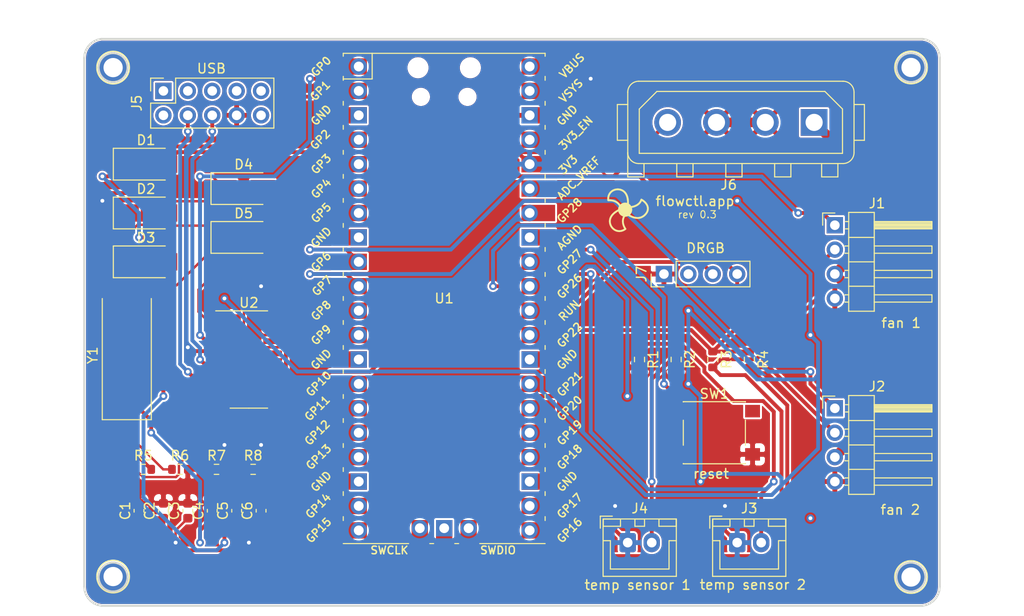
<source format=kicad_pcb>
(kicad_pcb (version 20171130) (host pcbnew "(5.1.10)-1")
  (layers (0 F.Cu signal) (31 B.Cu signal) (34 B.Paste user) (35 F.Paste user) (36 B.SilkS user) (37 F.SilkS user) (38 B.Mask user) (39 F.Mask user) (44 Edge.Cuts user))
  (net 0 "")
  (net 1 +5V)
  (net 2 GND)
  (net 3 +3V3)
  (net 4 "Net-(C4-Pad1)")
  (net 5 "Net-(C5-Pad1)")
  (net 6 "Net-(D1-Pad1)")
  (net 7 TxD)
  (net 8 "Net-(D3-Pad2)")
  (net 9 "Net-(D4-Pad2)")
  (net 10 GP1)
  (net 11 "Net-(D5-Pad1)")
  (net 12 GP6)
  (net 13 GP10)
  (net 14 GP11)
  (net 15 GP7)
  (net 16 GP26)
  (net 17 GP27)
  (net 18 "Net-(J5-Pad4)")
  (net 19 "Net-(J5-Pad6)")
  (net 20 DIN)
  (net 21 GP0)
  (net 22 RUN)
  (net 23 "Net-(U1-Pad3)")
  (net 24 "Net-(U1-Pad4)")
  (net 25 "Net-(U1-Pad5)")
  (net 26 "Net-(U1-Pad6)")
  (net 27 "Net-(U1-Pad7)")
  (net 28 "Net-(U1-Pad8)")
  (net 29 "Net-(U1-Pad11)")
  (net 30 "Net-(U1-Pad12)")
  (net 31 "Net-(U1-Pad13)")
  (net 32 "Net-(U1-Pad16)")
  (net 33 "Net-(U1-Pad17)")
  (net 34 "Net-(U1-Pad18)")
  (net 35 "Net-(U1-Pad19)")
  (net 36 "Net-(U1-Pad20)")
  (net 37 "Net-(U1-Pad21)")
  (net 38 "Net-(U1-Pad22)")
  (net 39 "Net-(U1-Pad23)")
  (net 40 "Net-(U1-Pad24)")
  (net 41 "Net-(U1-Pad25)")
  (net 42 "Net-(U1-Pad26)")
  (net 43 "Net-(U1-Pad27)")
  (net 44 "Net-(U1-Pad28)")
  (net 45 "Net-(U1-Pad33)")
  (net 46 "Net-(U1-Pad34)")
  (net 47 "Net-(U1-Pad35)")
  (net 48 "Net-(U1-Pad37)")
  (net 49 "Net-(U1-Pad40)")
  (net 50 "Net-(U2-Pad9)")
  (net 51 "Net-(U2-Pad10)")
  (net 52 "Net-(U2-Pad11)")
  (net 53 "Net-(U2-Pad12)")
  (net 54 "Net-(U2-Pad13)")
  (net 55 "Net-(U2-Pad14)")
  (net 56 "Net-(U2-Pad15)")
  (net 57 +12V)
  (net 58 "Net-(J7-Pad2)")
  (net 59 "Net-(J5-Pad10)")
  (net 60 "Net-(J5-Pad9)")
  (net 61 "Net-(J5-Pad7)")
  (net 62 "Net-(J5-Pad5)")
  (net 63 "Net-(J5-Pad3)")
  (net 64 "Net-(J5-Pad1)")
  (module Pico:RPi_Pico_SMD_TH (layer F.Cu) (at 135.89 91.44)
    (fp_text reference U1 (at 0 0) (layer F.SilkS))
    (fp_text value PICO_RP2040)
    (fp_text user GP1 (at -12.9 -21.6 45) (layer F.SilkS) (effects (font (size 0.8 0.8))))
    (fp_text user GP2 (at -12.9 -16.51 45) (layer F.SilkS) (effects (font (size 0.8 0.8))))
    (fp_text user GP0 (at -12.8 -24.13 45) (layer F.SilkS) (effects (font (size 0.8 0.8))))
    (fp_text user GP3 (at -12.8 -13.97 45) (layer F.SilkS) (effects (font (size 0.8 0.8))))
    (fp_text user GP4 (at -12.8 -11.43 45) (layer F.SilkS) (effects (font (size 0.8 0.8))))
    (fp_text user GP5 (at -12.8 -8.89 45) (layer F.SilkS) (effects (font (size 0.8 0.8))))
    (fp_text user GP6 (at -12.8 -3.81 45) (layer F.SilkS) (effects (font (size 0.8 0.8))))
    (fp_text user GP7 (at -12.7 -1.3 45) (layer F.SilkS) (effects (font (size 0.8 0.8))))
    (fp_text user GP8 (at -12.8 1.27 45) (layer F.SilkS) (effects (font (size 0.8 0.8))))
    (fp_text user GP9 (at -12.8 3.81 45) (layer F.SilkS) (effects (font (size 0.8 0.8))))
    (fp_text user GP10 (at -13.054 8.89 45) (layer F.SilkS) (effects (font (size 0.8 0.8))))
    (fp_text user GP11 (at -13.2 11.43 45) (layer F.SilkS) (effects (font (size 0.8 0.8))))
    (fp_text user GP12 (at -13.2 13.97 45) (layer F.SilkS) (effects (font (size 0.8 0.8))))
    (fp_text user GP13 (at -13.054 16.51 45) (layer F.SilkS) (effects (font (size 0.8 0.8))))
    (fp_text user GP14 (at -13.1 21.59 45) (layer F.SilkS) (effects (font (size 0.8 0.8))))
    (fp_text user GP15 (at -13.054 24.13 45) (layer F.SilkS) (effects (font (size 0.8 0.8))))
    (fp_text user GP16 (at 13.054 24.13 45) (layer F.SilkS) (effects (font (size 0.8 0.8))))
    (fp_text user GP17 (at 13.054 21.59 45) (layer F.SilkS) (effects (font (size 0.8 0.8))))
    (fp_text user GP18 (at 13.054 16.51 45) (layer F.SilkS) (effects (font (size 0.8 0.8))))
    (fp_text user GP19 (at 13.054 13.97 45) (layer F.SilkS) (effects (font (size 0.8 0.8))))
    (fp_text user GP20 (at 13.054 11.43 45) (layer F.SilkS) (effects (font (size 0.8 0.8))))
    (fp_text user GP21 (at 13.054 8.9 45) (layer F.SilkS) (effects (font (size 0.8 0.8))))
    (fp_text user GP22 (at 13.054 3.81 45) (layer F.SilkS) (effects (font (size 0.8 0.8))))
    (fp_text user RUN (at 13 1.27 45) (layer F.SilkS) (effects (font (size 0.8 0.8))))
    (fp_text user GP26 (at 13.054 -1.27 45) (layer F.SilkS) (effects (font (size 0.8 0.8))))
    (fp_text user GP27 (at 13.054 -3.8 45) (layer F.SilkS) (effects (font (size 0.8 0.8))))
    (fp_text user GP28 (at 13.054 -9.144 45) (layer F.SilkS) (effects (font (size 0.8 0.8))))
    (fp_text user ADC_VREF (at 14 -12.5 45) (layer F.SilkS) (effects (font (size 0.8 0.8))))
    (fp_text user 3V3 (at 12.9 -13.9 45) (layer F.SilkS) (effects (font (size 0.8 0.8))))
    (fp_text user 3V3_EN (at 13.7 -17.2 45) (layer F.SilkS) (effects (font (size 0.8 0.8))))
    (fp_text user VSYS (at 13.2 -21.59 45) (layer F.SilkS) (effects (font (size 0.8 0.8))))
    (fp_text user VBUS (at 13.3 -24.2 45) (layer F.SilkS) (effects (font (size 0.8 0.8))))
    (fp_text user GND (at -12.8 -19.05 45) (layer F.SilkS) (effects (font (size 0.8 0.8))))
    (fp_text user GND (at -12.8 -6.35 45) (layer F.SilkS) (effects (font (size 0.8 0.8))))
    (fp_text user GND (at -12.8 6.35 45) (layer F.SilkS) (effects (font (size 0.8 0.8))))
    (fp_text user GND (at -12.8 19.05 45) (layer F.SilkS) (effects (font (size 0.8 0.8))))
    (fp_text user GND (at 12.8 19.05 45) (layer F.SilkS) (effects (font (size 0.8 0.8))))
    (fp_text user GND (at 12.8 6.35 45) (layer F.SilkS) (effects (font (size 0.8 0.8))))
    (fp_text user GND (at 12.8 -19.05 45) (layer F.SilkS) (effects (font (size 0.8 0.8))))
    (fp_text user AGND (at 13.054 -6.35 45) (layer F.SilkS) (effects (font (size 0.8 0.8))))
    (fp_text user SWCLK (at -5.7 26.2) (layer F.SilkS) (effects (font (size 0.8 0.8))))
    (fp_text user SWDIO (at 5.6 26.2) (layer F.SilkS) (effects (font (size 0.8 0.8))))
    (pad 1 thru_hole oval (at -8.89 -24.13) (size 1.7 1.7) (drill 1.02) (layers *.Cu *.Mask) (net 21 GP0))
    (pad 2 thru_hole oval (at -8.89 -21.59) (size 1.7 1.7) (drill 1.02) (layers *.Cu *.Mask) (net 10 GP1))
    (pad 3 thru_hole rect (at -8.89 -19.05) (size 1.7 1.7) (drill 1.02) (layers *.Cu *.Mask) (net 23 "Net-(U1-Pad3)"))
    (pad 4 thru_hole oval (at -8.89 -16.51) (size 1.7 1.7) (drill 1.02) (layers *.Cu *.Mask) (net 24 "Net-(U1-Pad4)"))
    (pad 5 thru_hole oval (at -8.89 -13.97) (size 1.7 1.7) (drill 1.02) (layers *.Cu *.Mask) (net 25 "Net-(U1-Pad5)"))
    (pad 6 thru_hole oval (at -8.89 -11.43) (size 1.7 1.7) (drill 1.02) (layers *.Cu *.Mask) (net 26 "Net-(U1-Pad6)"))
    (pad 7 thru_hole oval (at -8.89 -8.89) (size 1.7 1.7) (drill 1.02) (layers *.Cu *.Mask) (net 27 "Net-(U1-Pad7)"))
    (pad 8 thru_hole rect (at -8.89 -6.35) (size 1.7 1.7) (drill 1.02) (layers *.Cu *.Mask) (net 28 "Net-(U1-Pad8)"))
    (pad 9 thru_hole oval (at -8.89 -3.81) (size 1.7 1.7) (drill 1.02) (layers *.Cu *.Mask) (net 12 GP6))
    (pad 10 thru_hole oval (at -8.89 -1.27) (size 1.7 1.7) (drill 1.02) (layers *.Cu *.Mask) (net 15 GP7))
    (pad 11 thru_hole oval (at -8.89 1.27) (size 1.7 1.7) (drill 1.02) (layers *.Cu *.Mask) (net 29 "Net-(U1-Pad11)"))
    (pad 12 thru_hole oval (at -8.89 3.81) (size 1.7 1.7) (drill 1.02) (layers *.Cu *.Mask) (net 30 "Net-(U1-Pad12)"))
    (pad 13 thru_hole rect (at -8.89 6.35) (size 1.7 1.7) (drill 1.02) (layers *.Cu *.Mask) (net 31 "Net-(U1-Pad13)"))
    (pad 14 thru_hole oval (at -8.89 8.89) (size 1.7 1.7) (drill 1.02) (layers *.Cu *.Mask) (net 13 GP10))
    (pad 15 thru_hole oval (at -8.89 11.43) (size 1.7 1.7) (drill 1.02) (layers *.Cu *.Mask) (net 14 GP11))
    (pad 16 thru_hole oval (at -8.89 13.97) (size 1.7 1.7) (drill 1.02) (layers *.Cu *.Mask) (net 32 "Net-(U1-Pad16)"))
    (pad 17 thru_hole oval (at -8.89 16.51) (size 1.7 1.7) (drill 1.02) (layers *.Cu *.Mask) (net 33 "Net-(U1-Pad17)"))
    (pad 18 thru_hole rect (at -8.89 19.05) (size 1.7 1.7) (drill 1.02) (layers *.Cu *.Mask) (net 34 "Net-(U1-Pad18)"))
    (pad 19 thru_hole oval (at -8.89 21.59) (size 1.7 1.7) (drill 1.02) (layers *.Cu *.Mask) (net 35 "Net-(U1-Pad19)"))
    (pad 20 thru_hole oval (at -8.89 24.13) (size 1.7 1.7) (drill 1.02) (layers *.Cu *.Mask) (net 36 "Net-(U1-Pad20)"))
    (pad 21 thru_hole oval (at 8.89 24.13) (size 1.7 1.7) (drill 1.02) (layers *.Cu *.Mask) (net 37 "Net-(U1-Pad21)"))
    (pad 22 thru_hole oval (at 8.89 21.59) (size 1.7 1.7) (drill 1.02) (layers *.Cu *.Mask) (net 38 "Net-(U1-Pad22)"))
    (pad 23 thru_hole rect (at 8.89 19.05) (size 1.7 1.7) (drill 1.02) (layers *.Cu *.Mask) (net 39 "Net-(U1-Pad23)"))
    (pad 24 thru_hole oval (at 8.89 16.51) (size 1.7 1.7) (drill 1.02) (layers *.Cu *.Mask) (net 40 "Net-(U1-Pad24)"))
    (pad 25 thru_hole oval (at 8.89 13.97) (size 1.7 1.7) (drill 1.02) (layers *.Cu *.Mask) (net 41 "Net-(U1-Pad25)"))
    (pad 26 thru_hole oval (at 8.89 11.43) (size 1.7 1.7) (drill 1.02) (layers *.Cu *.Mask) (net 42 "Net-(U1-Pad26)"))
    (pad 27 thru_hole oval (at 8.89 8.89) (size 1.7 1.7) (drill 1.02) (layers *.Cu *.Mask) (net 43 "Net-(U1-Pad27)"))
    (pad 28 thru_hole rect (at 8.89 6.35) (size 1.7 1.7) (drill 1.02) (layers *.Cu *.Mask) (net 44 "Net-(U1-Pad28)"))
    (pad 29 thru_hole oval (at 8.89 3.81) (size 1.7 1.7) (drill 1.02) (layers *.Cu *.Mask) (net 20 DIN))
    (pad 30 thru_hole oval (at 8.89 1.27) (size 1.7 1.7) (drill 1.02) (layers *.Cu *.Mask) (net 22 RUN))
    (pad 31 thru_hole oval (at 8.89 -1.27) (size 1.7 1.7) (drill 1.02) (layers *.Cu *.Mask) (net 16 GP26))
    (pad 32 thru_hole oval (at 8.89 -3.81) (size 1.7 1.7) (drill 1.02) (layers *.Cu *.Mask) (net 17 GP27))
    (pad 33 thru_hole rect (at 8.89 -6.35) (size 1.7 1.7) (drill 1.02) (layers *.Cu *.Mask) (net 45 "Net-(U1-Pad33)"))
    (pad 34 thru_hole oval (at 8.89 -8.89) (size 1.7 1.7) (drill 1.02) (layers *.Cu *.Mask) (net 46 "Net-(U1-Pad34)"))
    (pad 35 thru_hole oval (at 8.89 -11.43) (size 1.7 1.7) (drill 1.02) (layers *.Cu *.Mask) (net 47 "Net-(U1-Pad35)"))
    (pad 36 thru_hole oval (at 8.89 -13.97) (size 1.7 1.7) (drill 1.02) (layers *.Cu *.Mask) (net 3 +3V3))
    (pad 37 thru_hole oval (at 8.89 -16.51) (size 1.7 1.7) (drill 1.02) (layers *.Cu *.Mask) (net 48 "Net-(U1-Pad37)"))
    (pad 38 thru_hole rect (at 8.89 -19.05) (size 1.7 1.7) (drill 1.02) (layers *.Cu *.Mask) (net 2 GND))
    (pad 39 thru_hole oval (at 8.89 -21.59) (size 1.7 1.7) (drill 1.02) (layers *.Cu *.Mask) (net 1 +5V))
    (pad 40 thru_hole oval (at 8.89 -24.13) (size 1.7 1.7) (drill 1.02) (layers *.Cu *.Mask) (net 49 "Net-(U1-Pad40)"))
    (pad 1 smd rect (at -8.89 -24.13) (size 3.5 1.7) (drill (offset -0.9 0)) (layers F.Cu F.Mask) (net 21 GP0))
    (pad 2 smd rect (at -8.89 -21.59) (size 3.5 1.7) (drill (offset -0.9 0)) (layers F.Cu F.Mask) (net 10 GP1))
    (pad 3 smd rect (at -8.89 -19.05) (size 3.5 1.7) (drill (offset -0.9 0)) (layers F.Cu F.Mask) (net 23 "Net-(U1-Pad3)"))
    (pad 4 smd rect (at -8.89 -16.51) (size 3.5 1.7) (drill (offset -0.9 0)) (layers F.Cu F.Mask) (net 24 "Net-(U1-Pad4)"))
    (pad 5 smd rect (at -8.89 -13.97) (size 3.5 1.7) (drill (offset -0.9 0)) (layers F.Cu F.Mask) (net 25 "Net-(U1-Pad5)"))
    (pad 6 smd rect (at -8.89 -11.43) (size 3.5 1.7) (drill (offset -0.9 0)) (layers F.Cu F.Mask) (net 26 "Net-(U1-Pad6)"))
    (pad 7 smd rect (at -8.89 -8.89) (size 3.5 1.7) (drill (offset -0.9 0)) (layers F.Cu F.Mask) (net 27 "Net-(U1-Pad7)"))
    (pad 8 smd rect (at -8.89 -6.35) (size 3.5 1.7) (drill (offset -0.9 0)) (layers F.Cu F.Mask) (net 28 "Net-(U1-Pad8)"))
    (pad 9 smd rect (at -8.89 -3.81) (size 3.5 1.7) (drill (offset -0.9 0)) (layers F.Cu F.Mask) (net 12 GP6))
    (pad 10 smd rect (at -8.89 -1.27) (size 3.5 1.7) (drill (offset -0.9 0)) (layers F.Cu F.Mask) (net 15 GP7))
    (pad 11 smd rect (at -8.89 1.27) (size 3.5 1.7) (drill (offset -0.9 0)) (layers F.Cu F.Mask) (net 29 "Net-(U1-Pad11)"))
    (pad 12 smd rect (at -8.89 3.81) (size 3.5 1.7) (drill (offset -0.9 0)) (layers F.Cu F.Mask) (net 30 "Net-(U1-Pad12)"))
    (pad 13 smd rect (at -8.89 6.35) (size 3.5 1.7) (drill (offset -0.9 0)) (layers F.Cu F.Mask) (net 31 "Net-(U1-Pad13)"))
    (pad 14 smd rect (at -8.89 8.89) (size 3.5 1.7) (drill (offset -0.9 0)) (layers F.Cu F.Mask) (net 13 GP10))
    (pad 15 smd rect (at -8.89 11.43) (size 3.5 1.7) (drill (offset -0.9 0)) (layers F.Cu F.Mask) (net 14 GP11))
    (pad 16 smd rect (at -8.89 13.97) (size 3.5 1.7) (drill (offset -0.9 0)) (layers F.Cu F.Mask) (net 32 "Net-(U1-Pad16)"))
    (pad 17 smd rect (at -8.89 16.51) (size 3.5 1.7) (drill (offset -0.9 0)) (layers F.Cu F.Mask) (net 33 "Net-(U1-Pad17)"))
    (pad 18 smd rect (at -8.89 19.05) (size 3.5 1.7) (drill (offset -0.9 0)) (layers F.Cu F.Mask) (net 34 "Net-(U1-Pad18)"))
    (pad 19 smd rect (at -8.89 21.59) (size 3.5 1.7) (drill (offset -0.9 0)) (layers F.Cu F.Mask) (net 35 "Net-(U1-Pad19)"))
    (pad 20 smd rect (at -8.89 24.13) (size 3.5 1.7) (drill (offset -0.9 0)) (layers F.Cu F.Mask) (net 36 "Net-(U1-Pad20)"))
    (pad 40 smd rect (at 8.89 -24.13) (size 3.5 1.7) (drill (offset 0.9 0)) (layers F.Cu F.Mask) (net 49 "Net-(U1-Pad40)"))
    (pad 39 smd rect (at 8.89 -21.59) (size 3.5 1.7) (drill (offset 0.9 0)) (layers F.Cu F.Mask) (net 1 +5V))
    (pad 38 smd rect (at 8.89 -19.05) (size 3.5 1.7) (drill (offset 0.9 0)) (layers F.Cu F.Mask) (net 2 GND))
    (pad 37 smd rect (at 8.89 -16.51) (size 3.5 1.7) (drill (offset 0.9 0)) (layers F.Cu F.Mask) (net 48 "Net-(U1-Pad37)"))
    (pad 36 smd rect (at 8.89 -13.97) (size 3.5 1.7) (drill (offset 0.9 0)) (layers F.Cu F.Mask) (net 3 +3V3))
    (pad 35 smd rect (at 8.89 -11.43) (size 3.5 1.7) (drill (offset 0.9 0)) (layers F.Cu F.Mask) (net 47 "Net-(U1-Pad35)"))
    (pad 34 smd rect (at 8.89 -8.89) (size 3.5 1.7) (drill (offset 0.9 0)) (layers F.Cu F.Mask) (net 46 "Net-(U1-Pad34)"))
    (pad 33 smd rect (at 8.89 -6.35) (size 3.5 1.7) (drill (offset 0.9 0)) (layers F.Cu F.Mask) (net 45 "Net-(U1-Pad33)"))
    (pad 32 smd rect (at 8.89 -3.81) (size 3.5 1.7) (drill (offset 0.9 0)) (layers F.Cu F.Mask) (net 17 GP27))
    (pad 31 smd rect (at 8.89 -1.27) (size 3.5 1.7) (drill (offset 0.9 0)) (layers F.Cu F.Mask) (net 16 GP26))
    (pad 30 smd rect (at 8.89 1.27) (size 3.5 1.7) (drill (offset 0.9 0)) (layers F.Cu F.Mask) (net 22 RUN))
    (pad 29 smd rect (at 8.89 3.81) (size 3.5 1.7) (drill (offset 0.9 0)) (layers F.Cu F.Mask) (net 20 DIN))
    (pad 28 smd rect (at 8.89 6.35) (size 3.5 1.7) (drill (offset 0.9 0)) (layers F.Cu F.Mask) (net 44 "Net-(U1-Pad28)"))
    (pad 27 smd rect (at 8.89 8.89) (size 3.5 1.7) (drill (offset 0.9 0)) (layers F.Cu F.Mask) (net 43 "Net-(U1-Pad27)"))
    (pad 26 smd rect (at 8.89 11.43) (size 3.5 1.7) (drill (offset 0.9 0)) (layers F.Cu F.Mask) (net 42 "Net-(U1-Pad26)"))
    (pad 25 smd rect (at 8.89 13.97) (size 3.5 1.7) (drill (offset 0.9 0)) (layers F.Cu F.Mask) (net 41 "Net-(U1-Pad25)"))
    (pad 24 smd rect (at 8.89 16.51) (size 3.5 1.7) (drill (offset 0.9 0)) (layers F.Cu F.Mask) (net 40 "Net-(U1-Pad24)"))
    (pad 23 smd rect (at 8.89 19.05) (size 3.5 1.7) (drill (offset 0.9 0)) (layers F.Cu F.Mask) (net 39 "Net-(U1-Pad23)"))
    (pad 22 smd rect (at 8.89 21.59) (size 3.5 1.7) (drill (offset 0.9 0)) (layers F.Cu F.Mask) (net 38 "Net-(U1-Pad22)"))
    (pad 21 smd rect (at 8.89 24.13) (size 3.5 1.7) (drill (offset 0.9 0)) (layers F.Cu F.Mask) (net 37 "Net-(U1-Pad21)"))
    (pad "" np_thru_hole oval (at -2.725 -24) (size 1.8 1.8) (drill 1.8) (layers *.Cu *.Mask))
    (pad "" np_thru_hole oval (at 2.725 -24) (size 1.8 1.8) (drill 1.8) (layers *.Cu *.Mask))
    (pad "" np_thru_hole oval (at -2.425 -20.97) (size 1.5 1.5) (drill 1.5) (layers *.Cu *.Mask))
    (pad "" np_thru_hole oval (at 2.425 -20.97) (size 1.5 1.5) (drill 1.5) (layers *.Cu *.Mask))
    (pad 41 smd rect (at -2.54 23.9 90) (size 3.5 1.7) (drill (offset -0.9 0)) (layers F.Cu F.Mask))
    (pad 41 thru_hole oval (at -2.54 23.9) (size 1.7 1.7) (drill 1.02) (layers *.Cu *.Mask))
    (pad 42 smd rect (at 0 23.9 90) (size 3.5 1.7) (drill (offset -0.9 0)) (layers F.Cu F.Mask))
    (pad 42 thru_hole rect (at 0 23.9) (size 1.7 1.7) (drill 1.02) (layers *.Cu *.Mask))
    (pad 43 smd rect (at 2.54 23.9 90) (size 3.5 1.7) (drill (offset -0.9 0)) (layers F.Cu F.Mask))
    (pad 43 thru_hole oval (at 2.54 23.9) (size 1.7 1.7) (drill 1.02) (layers *.Cu *.Mask))
  )
  (module Button_Switch_SMD:SW_Push_1P1T_NO_6x6mm_H9.5mm (layer F.Cu) (at 163.995 105.41)
    (fp_text reference SW1 (at 0 -4.05) (layer F.SilkS))
    (fp_text value K2-1102SP-C4SC-04)
    (pad 2 smd rect (at 3.975 2.25) (size 1.55 1.3) (layers F.Cu F.Paste F.Mask) (net 2 GND))
    (pad 1 smd rect (at 3.975 -2.25) (size 1.55 1.3) (layers F.Cu F.Paste F.Mask) (net 22 RUN))
    (pad 1 smd rect (at -3.975 -2.25) (size 1.55 1.3) (layers F.Cu F.Paste F.Mask) (net 22 RUN))
    (pad 2 smd rect (at -3.975 2.25) (size 1.55 1.3) (layers F.Cu F.Paste F.Mask) (net 2 GND))
  )
  (module Resistor_SMD:R_0603_1608Metric (layer F.Cu) (at 116.015 109.22)
    (fp_text reference R8 (at 0 -1.43) (layer F.SilkS))
    (fp_text value 1k5)
    (pad 1 smd roundrect (at -0.825 0) (size 0.8 0.95) (layers F.Cu F.Paste F.Mask) (net 3 +3V3))
    (pad 2 smd roundrect (at 0.825 0) (size 0.8 0.95) (layers F.Cu F.Paste F.Mask) (net 9 "Net-(D4-Pad2)"))
  )
  (module Package_SO:SOIC-16_3.9x9.9mm_P1.27mm (layer F.Cu) (at 115.57 97.79)
    (fp_text reference U2 (at 0 -5.9) (layer F.SilkS))
    (fp_text value CH340G)
    (pad 1 smd roundrect (at -2.475 -4.445) (size 1.95 0.6) (layers F.Cu F.Paste F.Mask) (net 2 GND))
    (pad 2 smd roundrect (at -2.475 -3.175) (size 1.95 0.6) (layers F.Cu F.Paste F.Mask) (net 7 TxD))
    (pad 3 smd roundrect (at -2.475 -1.905) (size 1.95 0.6) (layers F.Cu F.Paste F.Mask) (net 21 GP0))
    (pad 4 smd roundrect (at -2.475 -0.635) (size 1.95 0.6) (layers F.Cu F.Paste F.Mask) (net 3 +3V3))
    (pad 5 smd roundrect (at -2.475 0.635) (size 1.95 0.6) (layers F.Cu F.Paste F.Mask) (net 19 "Net-(J5-Pad6)"))
    (pad 6 smd roundrect (at -2.475 1.905) (size 1.95 0.6) (layers F.Cu F.Paste F.Mask) (net 18 "Net-(J5-Pad4)"))
    (pad 7 smd roundrect (at -2.475 3.175) (size 1.95 0.6) (layers F.Cu F.Paste F.Mask) (net 4 "Net-(C4-Pad1)"))
    (pad 8 smd roundrect (at -2.475 4.445) (size 1.95 0.6) (layers F.Cu F.Paste F.Mask) (net 5 "Net-(C5-Pad1)"))
    (pad 9 smd roundrect (at 2.475 4.445) (size 1.95 0.6) (layers F.Cu F.Paste F.Mask) (net 50 "Net-(U2-Pad9)"))
    (pad 10 smd roundrect (at 2.475 3.175) (size 1.95 0.6) (layers F.Cu F.Paste F.Mask) (net 51 "Net-(U2-Pad10)"))
    (pad 11 smd roundrect (at 2.475 1.905) (size 1.95 0.6) (layers F.Cu F.Paste F.Mask) (net 52 "Net-(U2-Pad11)"))
    (pad 12 smd roundrect (at 2.475 0.635) (size 1.95 0.6) (layers F.Cu F.Paste F.Mask) (net 53 "Net-(U2-Pad12)"))
    (pad 13 smd roundrect (at 2.475 -0.635) (size 1.95 0.6) (layers F.Cu F.Paste F.Mask) (net 54 "Net-(U2-Pad13)"))
    (pad 14 smd roundrect (at 2.475 -1.905) (size 1.95 0.6) (layers F.Cu F.Paste F.Mask) (net 55 "Net-(U2-Pad14)"))
    (pad 15 smd roundrect (at 2.475 -3.175) (size 1.95 0.6) (layers F.Cu F.Paste F.Mask) (net 56 "Net-(U2-Pad15)"))
    (pad 16 smd roundrect (at 2.475 -4.445) (size 1.95 0.6) (layers F.Cu F.Paste F.Mask) (net 3 +3V3))
  )
  (module Crystal:Crystal_SMD_HC49-SD (layer F.Cu) (at 102.87 97.35 90)
    (fp_text reference Y1 (at 0 -3.55 90) (layer F.SilkS))
    (fp_text value "12MHz Crystal")
    (pad 1 smd rect (at -4.25 0 90) (size 4.5 2) (layers F.Cu F.Paste F.Mask) (net 4 "Net-(C4-Pad1)"))
    (pad 2 smd rect (at 4.25 0 90) (size 4.5 2) (layers F.Cu F.Paste F.Mask) (net 5 "Net-(C5-Pad1)"))
  )
  (module Resistor_SMD:R_0603_1608Metric (layer F.Cu) (at 156.21 97.79 270)
    (fp_text reference R1 (at 0 -1.43 90) (layer F.SilkS))
    (fp_text value "10k Ω")
    (pad 1 smd roundrect (at -0.825 0 270) (size 0.8 0.95) (layers F.Cu F.Paste F.Mask) (net 16 GP26))
    (pad 2 smd roundrect (at 0.825 0 270) (size 0.8 0.95) (layers F.Cu F.Paste F.Mask) (net 2 GND))
  )
  (module Diode_SMD:D_SMA (layer F.Cu) (at 115.03 80.01)
    (fp_text reference D4 (at 0 -2.5) (layer F.SilkS))
    (fp_text value LED)
    (pad 2 smd rect (at 2 0) (size 2.5 1.8) (layers F.Cu F.Paste F.Mask) (net 9 "Net-(D4-Pad2)"))
    (pad 1 smd rect (at -2 0) (size 2.5 1.8) (layers F.Cu F.Paste F.Mask) (net 21 GP0))
  )
  (module Connector_JST:JST_XH_B2B-XH-A_1x02_P2.50mm_Vertical (layer F.Cu) (at 166.37 116.84)
    (fp_text reference J3 (at 1.25 -3.55) (layer F.SilkS))
    (fp_text value "Temp Sensor (10k Thermistor)")
    (pad 2 thru_hole oval (at 2.5 0) (size 1.7 2) (drill 1) (layers *.Cu *.Mask) (net 16 GP26))
    (pad 1 thru_hole roundrect (at 0 0) (size 1.7 2) (drill 1) (layers *.Cu *.Mask) (roundrect_rratio 0.1470588235294118) (net 3 +3V3))
  )
  (module Resistor_SMD:R_0603_1608Metric (layer F.Cu) (at 163.83 97.79 270)
    (fp_text reference R3 (at 0 -1.43 90) (layer F.SilkS))
    (fp_text value "10k Ω")
    (pad 1 smd roundrect (at -0.825 0 270) (size 0.8 0.95) (layers F.Cu F.Paste F.Mask) (net 1 +5V))
    (pad 2 smd roundrect (at 0.825 0 270) (size 0.8 0.95) (layers F.Cu F.Paste F.Mask) (net 13 GP10))
  )
  (module Diode_SMD:D_SMA (layer F.Cu) (at 115.03 85.09)
    (fp_text reference D5 (at 0 -2.5) (layer F.SilkS))
    (fp_text value LED)
    (pad 1 smd rect (at -2 0) (size 2.5 1.8) (layers F.Cu F.Paste F.Mask) (net 11 "Net-(D5-Pad1)"))
    (pad 2 smd rect (at 2 0) (size 2.5 1.8) (layers F.Cu F.Paste F.Mask) (net 3 +3V3))
  )
  (module Diode_SMD:D_SMA (layer F.Cu) (at 104.87 87.63)
    (fp_text reference D3 (at 0 -2.5) (layer F.SilkS))
    (fp_text value LED)
    (pad 1 smd rect (at -2 0) (size 2.5 1.8) (layers F.Cu F.Paste F.Mask) (net 7 TxD))
    (pad 2 smd rect (at 2 0) (size 2.5 1.8) (layers F.Cu F.Paste F.Mask) (net 8 "Net-(D3-Pad2)"))
  )
  (module Connector_PinHeader_2.54mm:PinHeader_1x04_P2.54mm_Horizontal (layer F.Cu) (at 176.53 83.82)
    (fp_text reference J1 (at 4.385 -2.27) (layer F.SilkS))
    (fp_text value "Fan 1")
    (pad 1 thru_hole rect (at 0 0) (size 1.7 1.7) (drill 1) (layers *.Cu *.Mask) (net 12 GP6))
    (pad 2 thru_hole oval (at 0 2.54) (size 1.7 1.7) (drill 1) (layers *.Cu *.Mask) (net 13 GP10))
    (pad 3 thru_hole oval (at 0 5.08) (size 1.7 1.7) (drill 1) (layers *.Cu *.Mask) (net 57 +12V))
    (pad 4 thru_hole oval (at 0 7.62) (size 1.7 1.7) (drill 1) (layers *.Cu *.Mask) (net 2 GND))
  )
  (module Connector_PinHeader_2.54mm:PinHeader_1x04_P2.54mm_Horizontal (layer F.Cu) (at 176.53 102.87)
    (fp_text reference J2 (at 4.385 -2.27) (layer F.SilkS))
    (fp_text value "Fan 2")
    (pad 4 thru_hole oval (at 0 7.62) (size 1.7 1.7) (drill 1) (layers *.Cu *.Mask) (net 2 GND))
    (pad 3 thru_hole oval (at 0 5.08) (size 1.7 1.7) (drill 1) (layers *.Cu *.Mask) (net 57 +12V))
    (pad 2 thru_hole oval (at 0 2.54) (size 1.7 1.7) (drill 1) (layers *.Cu *.Mask) (net 14 GP11))
    (pad 1 thru_hole rect (at 0 0) (size 1.7 1.7) (drill 1) (layers *.Cu *.Mask) (net 15 GP7))
  )
  (module Diode_SMD:D_SMA (layer F.Cu) (at 104.87 77.47)
    (fp_text reference D1 (at 0 -2.5) (layer F.SilkS))
    (fp_text value LL4148)
    (pad 1 smd rect (at -2 0) (size 2.5 1.8) (layers F.Cu F.Paste F.Mask) (net 6 "Net-(D1-Pad1)"))
    (pad 2 smd rect (at 2 0) (size 2.5 1.8) (layers F.Cu F.Paste F.Mask) (net 1 +5V))
  )
  (module Connector_JST:JST_XH_B2B-XH-A_1x02_P2.50mm_Vertical (layer F.Cu) (at 154.98 116.84)
    (fp_text reference J4 (at 1.25 -3.55) (layer F.SilkS))
    (fp_text value "Temp Sensor (10k Thermistor)")
    (pad 1 thru_hole roundrect (at 0 0) (size 1.7 2) (drill 1) (layers *.Cu *.Mask) (roundrect_rratio 0.1470588235294118) (net 3 +3V3))
    (pad 2 thru_hole oval (at 2.5 0) (size 1.7 2) (drill 1) (layers *.Cu *.Mask) (net 17 GP27))
  )
  (module Connector_TE-Connectivity:TE_MATE-N-LOK_350211-1_1x04_P5.08mm_Vertical (layer F.Cu) (at 174.375 73.125 180)
    (fp_text reference J6 (at 8.89 -6.5) (layer F.SilkS))
    (fp_text value "Molex 4 Pin")
    (pad 1 thru_hole rect (at 0 0 180) (size 2.78 2.78) (drill 1.78) (layers *.Cu *.Mask) (net 57 +12V))
    (pad 2 thru_hole circle (at 5.08 0 180) (size 2.78 2.78) (drill 1.78) (layers *.Cu *.Mask) (net 2 GND))
    (pad 3 thru_hole circle (at 10.16 0 180) (size 2.78 2.78) (drill 1.78) (layers *.Cu *.Mask) (net 2 GND))
    (pad 4 thru_hole circle (at 15.24 0 180) (size 2.78 2.78) (drill 1.78) (layers *.Cu *.Mask) (net 1 +5V))
  )
  (module Diode_SMD:D_SMA (layer F.Cu) (at 104.87 82.55)
    (fp_text reference D2 (at 0 -2.5) (layer F.SilkS))
    (fp_text value LL4148)
    (pad 2 smd rect (at 2 0) (size 2.5 1.8) (layers F.Cu F.Paste F.Mask) (net 6 "Net-(D1-Pad1)"))
    (pad 1 smd rect (at -2 0) (size 2.5 1.8) (layers F.Cu F.Paste F.Mask) (net 3 +3V3))
  )
  (module Connector_PinHeader_2.54mm:PinHeader_1x04_P2.54mm_Vertical (layer F.Cu) (at 158.75 88.9 90)
    (fp_text reference J7 (at 0 -2.33 90) (layer F.SilkS))
    (fp_text value "4 Pin DRGB LED")
    (pad 1 thru_hole rect (at 0 0 90) (size 1.7 1.7) (drill 1) (layers *.Cu *.Mask) (net 2 GND))
    (pad 2 thru_hole oval (at 0 2.54 90) (size 1.7 1.7) (drill 1) (layers *.Cu *.Mask) (net 58 "Net-(J7-Pad2)"))
    (pad 3 thru_hole oval (at 0 5.08 90) (size 1.7 1.7) (drill 1) (layers *.Cu *.Mask) (net 20 DIN))
    (pad 4 thru_hole oval (at 0 7.62 90) (size 1.7 1.7) (drill 1) (layers *.Cu *.Mask) (net 1 +5V))
  )
  (module Resistor_SMD:R_0603_1608Metric (layer F.Cu) (at 167.64 97.79 270)
    (fp_text reference R4 (at 0 -1.43 90) (layer F.SilkS))
    (fp_text value "10k Ω")
    (pad 2 smd roundrect (at 0.825 0 270) (size 0.8 0.95) (layers F.Cu F.Paste F.Mask) (net 14 GP11))
    (pad 1 smd roundrect (at -0.825 0 270) (size 0.8 0.95) (layers F.Cu F.Paste F.Mask) (net 1 +5V))
  )
  (module Resistor_SMD:R_0603_1608Metric (layer F.Cu) (at 104.585 109.22)
    (fp_text reference R5 (at 0 -1.43) (layer F.SilkS))
    (fp_text value 1k5)
    (pad 2 smd roundrect (at 0.825 0) (size 0.8 0.95) (layers F.Cu F.Paste F.Mask) (net 10 GP1))
    (pad 1 smd roundrect (at -0.825 0) (size 0.8 0.95) (layers F.Cu F.Paste F.Mask) (net 7 TxD))
  )
  (module Resistor_SMD:R_0603_1608Metric (layer F.Cu) (at 112.205 109.22)
    (fp_text reference R7 (at 0 -1.43) (layer F.SilkS))
    (fp_text value 1k5)
    (pad 2 smd roundrect (at 0.825 0) (size 0.8 0.95) (layers F.Cu F.Paste F.Mask) (net 8 "Net-(D3-Pad2)"))
    (pad 1 smd roundrect (at -0.825 0) (size 0.8 0.95) (layers F.Cu F.Paste F.Mask) (net 3 +3V3))
  )
  (module Resistor_SMD:R_0603_1608Metric (layer F.Cu) (at 160.02 97.79 270)
    (fp_text reference R2 (at 0 -1.43 90) (layer F.SilkS))
    (fp_text value "10k Ω")
    (pad 2 smd roundrect (at 0.825 0 270) (size 0.8 0.95) (layers F.Cu F.Paste F.Mask) (net 2 GND))
    (pad 1 smd roundrect (at -0.825 0 270) (size 0.8 0.95) (layers F.Cu F.Paste F.Mask) (net 17 GP27))
  )
  (module Resistor_SMD:R_0603_1608Metric (layer F.Cu) (at 108.395 109.22)
    (fp_text reference R6 (at 0 -1.43) (layer F.SilkS))
    (fp_text value 1k5)
    (pad 1 smd roundrect (at -0.825 0) (size 0.8 0.95) (layers F.Cu F.Paste F.Mask) (net 11 "Net-(D5-Pad1)"))
    (pad 2 smd roundrect (at 0.825 0) (size 0.8 0.95) (layers F.Cu F.Paste F.Mask) (net 2 GND))
  )
  (module TestPoint:TestPoint_Plated_Hole_D2.0mm (layer F.Cu) (at 184.4548 120.4214)
    (fp_text reference REF** hide)
    (fp_text value TestPoint_Plated_Hole_D2.0mm)
    (pad 1 thru_hole circle (at 0 0) (size 3 3) (drill 2) (layers *.Cu *.Mask))
  )
  (module Capacitor_SMD:C_0603_1608Metric (layer F.Cu) (at 109.22 113.525 90)
    (fp_text reference C3 (at 0 -1.43 90) (layer F.SilkS))
    (fp_text value 100nF)
    (pad 1 smd roundrect (at -0.775 0 90) (size 0.9 0.95) (layers F.Cu F.Paste F.Mask) (net 3 +3V3))
    (pad 2 smd roundrect (at 0.775 0 90) (size 0.9 0.95) (layers F.Cu F.Paste F.Mask) (net 2 GND))
  )
  (module Capacitor_SMD:C_0603_1608Metric (layer F.Cu) (at 116.84 113.525 90)
    (fp_text reference C6 (at 0 -1.43 90) (layer F.SilkS))
    (fp_text value 100nF)
    (pad 1 smd roundrect (at -0.775 0 90) (size 0.9 0.95) (layers F.Cu F.Paste F.Mask) (net 3 +3V3))
    (pad 2 smd roundrect (at 0.775 0 90) (size 0.9 0.95) (layers F.Cu F.Paste F.Mask) (net 2 GND))
  )
  (module Capacitor_SMD:C_0603_1608Metric (layer F.Cu) (at 111.76 113.525 90)
    (fp_text reference C4 (at 0 -1.43 90) (layer F.SilkS))
    (fp_text value 22pF)
    (pad 1 smd roundrect (at -0.775 0 90) (size 0.9 0.95) (layers F.Cu F.Paste F.Mask) (net 4 "Net-(C4-Pad1)"))
    (pad 2 smd roundrect (at 0.775 0 90) (size 0.9 0.95) (layers F.Cu F.Paste F.Mask) (net 2 GND))
  )
  (module TestPoint:TestPoint_Plated_Hole_D2.0mm (layer F.Cu) (at 101.4476 120.3706)
    (fp_text reference REF** hide)
    (fp_text value TestPoint_Plated_Hole_D2.0mm)
    (pad 1 thru_hole circle (at 0 0) (size 3 3) (drill 2) (layers *.Cu *.Mask))
  )
  (module TestPoint:TestPoint_Plated_Hole_D2.0mm (layer F.Cu) (at 184.4548 67.4116)
    (fp_text reference REF** hide)
    (fp_text value TestPoint_Plated_Hole_D2.0mm)
    (pad 1 thru_hole circle (at 0 0) (size 3 3) (drill 2) (layers *.Cu *.Mask))
  )
  (module Capacitor_SMD:C_0603_1608Metric (layer F.Cu) (at 104.14 113.525 90)
    (fp_text reference C1 (at 0 -1.43 90) (layer F.SilkS))
    (fp_text value 10uF)
    (pad 1 smd roundrect (at -0.775 0 90) (size 0.9 0.95) (layers F.Cu F.Paste F.Mask) (net 1 +5V))
    (pad 2 smd roundrect (at 0.775 0 90) (size 0.9 0.95) (layers F.Cu F.Paste F.Mask) (net 2 GND))
  )
  (module Capacitor_SMD:C_0603_1608Metric (layer F.Cu) (at 106.68 113.525 90)
    (fp_text reference C2 (at 0 -1.43 90) (layer F.SilkS))
    (fp_text value 100nF)
    (pad 2 smd roundrect (at 0.775 0 90) (size 0.9 0.95) (layers F.Cu F.Paste F.Mask) (net 2 GND))
    (pad 1 smd roundrect (at -0.775 0 90) (size 0.9 0.95) (layers F.Cu F.Paste F.Mask) (net 1 +5V))
  )
  (module Capacitor_SMD:C_0603_1608Metric (layer F.Cu) (at 114.3 113.525 90)
    (fp_text reference C5 (at 0 -1.43 90) (layer F.SilkS))
    (fp_text value 22pF)
    (pad 2 smd roundrect (at 0.775 0 90) (size 0.9 0.95) (layers F.Cu F.Paste F.Mask) (net 2 GND))
    (pad 1 smd roundrect (at -0.775 0 90) (size 0.9 0.95) (layers F.Cu F.Paste F.Mask) (net 5 "Net-(C5-Pad1)"))
  )
  (module TestPoint:TestPoint_Plated_Hole_D2.0mm (layer F.Cu) (at 101.4476 67.4243)
    (fp_text reference REF** hide)
    (fp_text value TestPoint_Plated_Hole_D2.0mm)
    (pad 1 thru_hole circle (at 0 0) (size 3 3) (drill 2) (layers *.Cu *.Mask))
  )
  (module Connector_PinSocket_2.54mm:PinSocket_2x05_P2.54mm_Vertical (layer F.Cu) (at 106.68 69.85 90)
    (fp_text reference J5 (at -1.27 -2.77 -90) (layer F.SilkS))
    (fp_text value "Internal USB")
    (pad 10 thru_hole oval (at -2.54 10.16 90) (size 1.7 1.7) (drill 1) (layers *.Cu *.Mask) (net 59 "Net-(J5-Pad10)"))
    (pad 9 thru_hole oval (at 0 10.16 90) (size 1.7 1.7) (drill 1) (layers *.Cu *.Mask) (net 60 "Net-(J5-Pad9)"))
    (pad 8 thru_hole oval (at -2.54 7.62 90) (size 1.7 1.7) (drill 1) (layers *.Cu *.Mask) (net 2 GND))
    (pad 7 thru_hole oval (at 0 7.62 90) (size 1.7 1.7) (drill 1) (layers *.Cu *.Mask) (net 61 "Net-(J5-Pad7)"))
    (pad 6 thru_hole oval (at -2.54 5.08 90) (size 1.7 1.7) (drill 1) (layers *.Cu *.Mask) (net 19 "Net-(J5-Pad6)"))
    (pad 5 thru_hole oval (at 0 5.08 90) (size 1.7 1.7) (drill 1) (layers *.Cu *.Mask) (net 62 "Net-(J5-Pad5)"))
    (pad 4 thru_hole oval (at -2.54 2.54 90) (size 1.7 1.7) (drill 1) (layers *.Cu *.Mask) (net 18 "Net-(J5-Pad4)"))
    (pad 3 thru_hole oval (at 0 2.54 90) (size 1.7 1.7) (drill 1) (layers *.Cu *.Mask) (net 63 "Net-(J5-Pad3)"))
    (pad 2 thru_hole oval (at -2.54 0 90) (size 1.7 1.7) (drill 1) (layers *.Cu *.Mask) (net 1 +5V))
    (pad 1 thru_hole rect (at 0 0 90) (size 1.7 1.7) (drill 1) (layers *.Cu *.Mask) (net 64 "Net-(J5-Pad1)"))
  )
  (gr_text reset (at 163.6497 109.6737) (layer F.SilkS) (effects (font (size 1 1))))
  (gr_text "fan 2\n" (at 183.3372 113.4237) (layer F.SilkS) (effects (font (size 1 1))))
  (gr_poly (pts (xy 154.7114 82.931) (xy 154.65669 82.928947) (xy 154.602839 82.922867) (xy 154.550028 82.912881) (xy 154.498438 82.899111) (xy 154.448249 82.881677) (xy 154.399642 82.8607) (xy 154.352799 82.836301) (xy 154.3079 82.8086) (xy 154.265126 82.777719) (xy 154.224657 82.743779) (xy 154.186676 82.7069) (xy 154.151363 82.667203) (xy 154.118898 82.624809) (xy 154.089462 82.579839) (xy 154.063237 82.532414) (xy 154.040404 82.482655) (xy 154.021364 82.431324) (xy 154.006374 82.379246) (xy 153.995389 82.326633) (xy 153.988368 82.2737) (xy 153.985269 82.22066) (xy 153.986048 82.167726) (xy 153.990664 82.115111) (xy 153.999074 82.063029) (xy 154.011235 82.011693) (xy 154.027105 81.961317) (xy 154.046642 81.912114) (xy 154.069804 81.864297) (xy 154.096546 81.81808) (xy 154.126829 81.773676) (xy 154.160608 81.731299) (xy 154.197841 81.691161) (xy 154.237979 81.653928) (xy 154.280356 81.620148) (xy 154.32476 81.589866) (xy 154.370977 81.563123) (xy 154.418794 81.539962) (xy 154.467997 81.520425) (xy 154.518373 81.504555) (xy 154.569709 81.492393) (xy 154.621791 81.483983) (xy 154.674406 81.479368) (xy 154.72734 81.478588) (xy 154.780381 81.481688) (xy 154.833314 81.488708) (xy 154.885926 81.499693) (xy 154.938004 81.514683) (xy 154.989335 81.533723) (xy 155.014499 81.544704) (xy 155.039095 81.556556) (xy 155.063106 81.569256) (xy 155.08652 81.582781) (xy 155.109319 81.597109) (xy 155.131489 81.612217) (xy 155.153016 81.628082) (xy 155.173883 81.644682) (xy 155.194076 81.661994) (xy 155.21358 81.679995) (xy 155.232379 81.698664) (xy 155.250459 81.717976) (xy 155.267804 81.737911) (xy 155.284399 81.758445) (xy 155.30023 81.779555) (xy 155.31528 81.801219) (xy 155.329536 81.823414) (xy 155.342981 81.846118) (xy 155.355601 81.869308) (xy 155.36738 81.892961) (xy 155.378304 81.917055) (xy 155.388357 81.941568) (xy 155.397525 81.966476) (xy 155.405791 81.991757) (xy 155.413142 82.017388) (xy 155.419562 82.043347) (xy 155.425035 82.069612) (xy 155.429547 82.096158) (xy 155.433083 82.122965) (xy 155.435627 82.150009) (xy 155.437165 82.177268) (xy 155.437681 82.204719) (xy 155.436788 82.240733) (xy 155.434127 82.276503) (xy 155.429722 82.311969) (xy 155.423597 82.347071) (xy 155.415777 82.38175) (xy 155.406287 82.415947) (xy 155.395152 82.449602) (xy 155.382396 82.482655) (xy 155.368044 82.515047) (xy 155.35212 82.546718) (xy 155.33465 82.577609) (xy 155.315657 82.60766) (xy 155.295167 82.636812) (xy 155.273204 82.665006) (xy 155.249793 82.69218) (xy 155.224958 82.718277) (xy 155.198861 82.743112) (xy 155.171686 82.766523) (xy 155.143493 82.788486) (xy 155.114341 82.808977) (xy 155.08429 82.827969) (xy 155.053399 82.84544) (xy 155.021727 82.861363) (xy 154.989336 82.875715) (xy 154.956283 82.888472) (xy 154.922628 82.899607) (xy 154.888431 82.909097) (xy 154.853752 82.916916) (xy 154.81865 82.923041) (xy 154.783184 82.927446) (xy 154.747414 82.930108) (xy 154.7114 82.931)) (layer F.SilkS) (width 0.013229))
  (gr_poly (pts (xy 154.7114 81.661) (xy 154.683453 81.661714) (xy 154.655874 81.663817) (xy 154.628695 81.667275) (xy 154.601952 81.672056) (xy 154.575677 81.678124) (xy 154.549906 81.685446) (xy 154.524673 81.693987) (xy 154.500011 81.703713) (xy 154.475954 81.714591) (xy 154.452537 81.726586) (xy 154.429794 81.739663) (xy 154.407758 81.75379) (xy 154.386465 81.768932) (xy 154.365947 81.785054) (xy 154.34624 81.802123) (xy 154.327377 81.820105) (xy 154.309393 81.838965) (xy 154.29232 81.85867) (xy 154.276195 81.879184) (xy 154.26105 81.900475) (xy 154.246919 81.922509) (xy 154.233838 81.94525) (xy 154.221839 81.968665) (xy 154.210958 81.99272) (xy 154.201228 82.01738) (xy 154.192683 82.042613) (xy 154.185357 82.068383) (xy 154.179284 82.094656) (xy 154.1745 82.121399) (xy 154.171036 82.148577) (xy 154.168929 82.176156) (xy 154.168211 82.204102) (xy 154.168906 82.232049) (xy 154.170991 82.25963) (xy 154.174433 82.286811) (xy 154.179196 82.313557) (xy 154.185247 82.339836) (xy 154.192552 82.365611) (xy 154.201076 82.390851) (xy 154.210787 82.415519) (xy 154.221649 82.439583) (xy 154.233628 82.463008) (xy 154.246691 82.485759) (xy 154.260804 82.507804) (xy 154.275932 82.529107) (xy 154.292041 82.549635) (xy 154.309097 82.569354) (xy 154.327066 82.588228) (xy 154.345915 82.606225) (xy 154.365608 82.62331) (xy 154.386112 82.639449) (xy 154.407393 82.654608) (xy 154.429417 82.668753) (xy 154.45215 82.681849) (xy 154.475557 82.693862) (xy 154.499605 82.70476) (xy 154.52426 82.714506) (xy 154.549486 82.723067) (xy 154.575251 82.73041) (xy 154.601521 82.736499) (xy 154.62826 82.741302) (xy 154.655436 82.744782) (xy 154.683014 82.746908) (xy 154.71096 82.747644) (xy 154.738907 82.746967) (xy 154.766489 82.744899) (xy 154.793672 82.741476) (xy 154.820422 82.73673) (xy 154.846704 82.730696) (xy 154.872485 82.723408) (xy 154.89773 82.7149) (xy 154.922405 82.705205) (xy 154.946475 82.694359) (xy 154.969908 82.682395) (xy 154.992668 82.669347) (xy 155.014722 82.655248) (xy 155.036035 82.640135) (xy 155.056573 82.624039) (xy 155.076303 82.606995) (xy 155.095189 82.589038) (xy 155.113198 82.570202) (xy 155.130296 82.550519) (xy 155.146448 82.530025) (xy 155.161621 82.508754) (xy 155.17578 82.486739) (xy 155.188891 82.464015) (xy 155.20092 82.440616) (xy 155.211833 82.416575) (xy 155.221595 82.391927) (xy 155.230173 82.366706) (xy 155.237532 82.340945) (xy 155.243639 82.31468) (xy 155.248458 82.287943) (xy 155.251957 82.26077) (xy 155.2541 82.233194) (xy 155.254854 82.205248) (xy 155.254134 82.177284) (xy 155.252024 82.149686) (xy 155.248558 82.12249) (xy 155.24377 82.095728) (xy 155.237694 82.069437) (xy 155.230365 82.043648) (xy 155.221816 82.018397) (xy 155.212082 81.993718) (xy 155.201196 81.969644) (xy 155.189193 81.94621) (xy 155.176107 81.92345) (xy 155.161971 81.901398) (xy 155.14682 81.880088) (xy 155.130688 81.859554) (xy 155.113609 81.83983) (xy 155.095618 81.820951) (xy 155.076747 81.80295) (xy 155.057032 81.785862) (xy 155.036506 81.76972) (xy 155.015203 81.754559) (xy 154.993158 81.740412) (xy 154.970404 81.727315) (xy 154.946976 81.715301) (xy 154.922908 81.704403) (xy 154.898233 81.694657) (xy 154.872986 81.686096) (xy 154.847201 81.678754) (xy 154.820913 81.672666) (xy 154.794154 81.667865) (xy 154.766959 81.664386) (xy 154.739363 81.662263) (xy 154.711399 81.661529) (xy 154.7114 81.661)) (layer F.SilkS) (width 0.013229))
  (gr_poly (pts (xy 156.005344 83.159865) (xy 155.947114 83.158555) (xy 155.888166 83.154626) (xy 155.82851 83.148079) (xy 155.768154 83.138915) (xy 155.707106 83.127135) (xy 155.645376 83.11274) (xy 155.582971 83.09573) (xy 155.5199 83.076108) (xy 155.456172 83.053873) (xy 155.391795 83.029027) (xy 155.326778 83.00157) (xy 155.261129 82.971504) (xy 155.194857 82.93883) (xy 155.127971 82.903549) (xy 155.060478 82.86566) (xy 154.992387 82.825167) (xy 154.989759 82.823597) (xy 154.987196 82.821947) (xy 154.984699 82.82022) (xy 154.982269 82.818417) (xy 154.979908 82.816542) (xy 154.977617 82.814595) (xy 154.975396 82.81258) (xy 154.973248 82.810498) (xy 154.971172 82.808351) (xy 154.969172 82.806141) (xy 154.967247 82.803871) (xy 154.965399 82.801542) (xy 154.963629 82.799157) (xy 154.961939 82.796717) (xy 154.960329 82.794226) (xy 154.958801 82.791684) (xy 154.957356 82.789094) (xy 154.955996 82.786458) (xy 154.95472 82.783778) (xy 154.953532 82.781056) (xy 154.952431 82.778294) (xy 154.951419 82.775495) (xy 154.950497 82.772661) (xy 154.949667 82.769792) (xy 154.94893 82.766893) (xy 154.948286 82.763964) (xy 154.947737 82.761008) (xy 154.947285 82.758026) (xy 154.94693 82.755022) (xy 154.946674 82.751997) (xy 154.946518 82.748953) (xy 154.946463 82.745892) (xy 154.946658 82.739786) (xy 154.947253 82.733755) (xy 154.948238 82.727815) (xy 154.949604 82.721983) (xy 154.951341 82.716275) (xy 154.953439 82.710709) (xy 154.955889 82.705301) (xy 154.958681 82.700067) (xy 154.961805 82.695025) (xy 154.965252 82.690191) (xy 154.969013 82.685582) (xy 154.973077 82.681215) (xy 154.977436 82.677106) (xy 154.982078 82.673272) (xy 154.986996 82.669729) (xy 154.992178 82.666495) (xy 154.997564 82.663613) (xy 155.003086 82.661114) (xy 155.008723 82.658999) (xy 155.014457 82.657267) (xy 155.020269 82.655919) (xy 155.026138 82.654955) (xy 155.032047 82.654374) (xy 155.037975 82.654177) (xy 155.043904 82.654363) (xy 155.049814 82.654934) (xy 155.055685 82.655887) (xy 155.061499 82.657225) (xy 155.067237 82.658947) (xy 155.072878 82.661052) (xy 155.078403 82.663541) (xy 155.083795 82.666414) (xy 155.087769 82.668666) (xy 155.174321 82.71958) (xy 155.259587 82.765907) (xy 155.343549 82.807643) (xy 155.42619 82.844783) (xy 155.507493 82.877324) (xy 155.587439 82.905261) (xy 155.666011 82.928589) (xy 155.743192 82.947305) (xy 155.818964 82.961404) (xy 155.893308 82.970882) (xy 155.966208 82.975735) (xy 156.037646 82.975959) (xy 156.107605 82.971548) (xy 156.176066 82.9625) (xy 156.243011 82.948809) (xy 156.308425 82.930471) (xy 156.359662 82.910432) (xy 156.409644 82.888004) (xy 156.458298 82.863253) (xy 156.505552 82.836242) (xy 156.551336 82.807037) (xy 156.595578 82.775702) (xy 156.638206 82.742303) (xy 156.67915 82.706904) (xy 156.718337 82.66957) (xy 156.755696 82.630366) (xy 156.791157 82.589357) (xy 156.824646 82.546607) (xy 156.856094 82.502182) (xy 156.885429 82.456146) (xy 156.912578 82.408564) (xy 156.937471 82.3595) (xy 156.955195 82.308154) (xy 156.969021 82.257833) (xy 156.979126 82.20855) (xy 156.985688 82.16032) (xy 156.988885 82.113154) (xy 156.988893 82.067067) (xy 156.985891 82.022073) (xy 156.980057 81.978184) (xy 156.971567 81.935414) (xy 156.960599 81.893777) (xy 156.947332 81.853286) (xy 156.931941 81.813955) (xy 156.914606 81.775796) (xy 156.895503 81.738823) (xy 156.852705 81.668491) (xy 156.804968 81.603066) (xy 156.753712 81.542655) (xy 156.700358 81.487366) (xy 156.646326 81.437306) (xy 156.593037 81.392582) (xy 156.54191 81.353304) (xy 156.451829 81.29151) (xy 156.424313 81.351956) (xy 156.393727 81.409038) (xy 156.360321 81.462849) (xy 156.324347 81.513487) (xy 156.286056 81.561047) (xy 156.245699 81.605623) (xy 156.203529 81.647311) (xy 156.159795 81.686206) (xy 156.11475 81.722404) (xy 156.068644 81.756001) (xy 156.02173 81.787091) (xy 155.974258 81.815771) (xy 155.878647 81.866278) (xy 155.783822 81.908287) (xy 155.691794 81.942559) (xy 155.604573 81.969858) (xy 155.52417 81.990948) (xy 155.452597 82.006592) (xy 155.343979 82.024591) (xy 155.294806 82.029962) (xy 155.290362 82.029847) (xy 155.28597 82.029524) (xy 155.281635 82.028995) (xy 155.277363 82.028266) (xy 155.273158 82.027342) (xy 155.269025 82.026227) (xy 155.264971 82.024926) (xy 155.260999 82.023444) (xy 155.257115 82.021785) (xy 155.253323 82.019955) (xy 155.24963 82.017957) (xy 155.24604 82.015797) (xy 155.242558 82.013479) (xy 155.239189 82.011007) (xy 155.235939 82.008388) (xy 155.232811 82.005625) (xy 155.229813 82.002723) (xy 155.226948 81.999686) (xy 155.224222 81.996521) (xy 155.221639 81.99323) (xy 155.219206 81.989819) (xy 155.216926 81.986293) (xy 155.214805 81.982656) (xy 155.212849 81.978913) (xy 155.211061 81.975068) (xy 155.209448 81.971127) (xy 155.208015 81.967095) (xy 155.206766 81.962975) (xy 155.205706 81.958772) (xy 155.204841 81.954492) (xy 155.204176 81.950138) (xy 155.203715 81.945716) (xy 155.203467 81.941278) (xy 155.203432 81.936874) (xy 155.203605 81.93251) (xy 155.203983 81.928193) (xy 155.204561 81.923927) (xy 155.205336 81.919717) (xy 155.206302 81.91557) (xy 155.207455 81.91149) (xy 155.208792 81.907484) (xy 155.210307 81.903556) (xy 155.211997 81.899712) (xy 155.213858 81.895958) (xy 155.215884 81.892298) (xy 155.218072 81.888739) (xy 155.220418 81.885286) (xy 155.222917 81.881944) (xy 155.225565 81.878719) (xy 155.228358 81.875616) (xy 155.231291 81.872641) (xy 155.23436 81.869799) (xy 155.237561 81.867095) (xy 155.24089 81.864535) (xy 155.244342 81.862125) (xy 155.247913 81.85987) (xy 155.251599 81.857775) (xy 155.255395 81.855846) (xy 155.259297 81.854089) (xy 155.263302 81.852508) (xy 155.267404 81.851109) (xy 155.2716 81.849898) (xy 155.275884 81.84888) (xy 155.280254 81.848061) (xy 155.319388 81.843422) (xy 155.4189 81.826135) (xy 155.485888 81.810935) (xy 155.561479 81.790397) (xy 155.643509 81.763795) (xy 155.729814 81.730404) (xy 155.818231 81.689499) (xy 155.862555 81.666001) (xy 155.906595 81.640354) (xy 155.950082 81.612465) (xy 155.992744 81.582244) (xy 156.034311 81.549601) (xy 156.074512 81.514444) (xy 156.113078 81.476683) (xy 156.149737 81.436228) (xy 156.184219 81.392988) (xy 156.216254 81.346871) (xy 156.245571 81.297789) (xy 156.271899 81.245648) (xy 156.294969 81.19036) (xy 156.31451 81.131834) (xy 156.315897 81.127509) (xy 156.317489 81.123278) (xy 156.319281 81.119144) (xy 156.321269 81.115116) (xy 156.323446 81.111199) (xy 156.325809 81.1074) (xy 156.328351 81.103725) (xy 156.331067 81.100181) (xy 156.333954 81.096772) (xy 156.337005 81.093507) (xy 156.340215 81.090392) (xy 156.343579 81.087432) (xy 156.347093 81.084633) (xy 156.350751 81.082003) (xy 156.354547 81.079548) (xy 156.358478 81.077274) (xy 156.362517 81.075197) (xy 156.366635 81.073331) (xy 156.370825 81.071676) (xy 156.375079 81.070233) (xy 156.379388 81.069004) (xy 156.383745 81.067988) (xy 156.388141 81.067187) (xy 156.392569 81.066602) (xy 156.39702 81.066233) (xy 156.401486 81.066082) (xy 156.405959 81.066149) (xy 156.410431 81.066435) (xy 156.414894 81.066941) (xy 156.41934 81.067668) (xy 156.423761 81.068617) (xy 156.428149 81.069789) (xy 156.430174 81.070411) (xy 156.432185 81.071079) (xy 156.43418 81.07179) (xy 156.436159 81.072546) (xy 156.43812 81.073346) (xy 156.440062 81.07419) (xy 156.441987 81.075077) (xy 156.443891 81.076007) (xy 156.510376 81.112471) (xy 156.580843 81.156468) (xy 156.653723 81.207757) (xy 156.727448 81.266097) (xy 156.80045 81.331248) (xy 156.87116 81.402968) (xy 156.905166 81.441217) (xy 156.938011 81.481017) (xy 156.969499 81.52234) (xy 156.999433 81.565155) (xy 157.027619 81.609432) (xy 157.053859 81.65514) (xy 157.077959 81.702251) (xy 157.099721 81.750733) (xy 157.118949 81.800556) (xy 157.135449 81.851692) (xy 157.149023 81.904108) (xy 157.159475 81.957776) (xy 157.16661 82.012665) (xy 157.170232 82.068745) (xy 157.170144 82.125987) (xy 157.166151 82.184359) (xy 157.158056 82.243832) (xy 157.145663 82.304376) (xy 157.128777 82.365961) (xy 157.107201 82.428557) (xy 157.078522 82.486985) (xy 157.047078 82.543635) (xy 157.012956 82.598428) (xy 156.976246 82.651281) (xy 156.937038 82.702112) (xy 156.895421 82.750841) (xy 156.851484 82.797385) (xy 156.805316 82.841664) (xy 156.757006 82.883596) (xy 156.706644 82.9231) (xy 156.654319 82.960094) (xy 156.600119 82.994496) (xy 156.544136 83.026226) (xy 156.486456 83.055203) (xy 156.427171 83.081343) (xy 156.366368 83.104567) (xy 156.322291 83.117686) (xy 156.277787 83.129062) (xy 156.232907 83.138687) (xy 156.187703 83.146552) (xy 156.142226 83.152651) (xy 156.09653 83.156974) (xy 156.050665 83.159513) (xy 156.004683 83.160262) (xy 156.005344 83.159865)) (layer F.SilkS) (width 0.013229))
  (gr_poly (pts (xy 154.106562 84.526173) (xy 154.06284 84.525072) (xy 154.01934 84.522141) (xy 153.976115 84.517399) (xy 153.93322 84.510865) (xy 153.890708 84.502557) (xy 153.848634 84.492495) (xy 153.80705 84.480697) (xy 153.76601 84.467183) (xy 153.725569 84.451972) (xy 153.685781 84.435082) (xy 153.646698 84.416533) (xy 153.608375 84.396343) (xy 153.570866 84.374532) (xy 153.534224 84.351118) (xy 153.498503 84.32612) (xy 153.463757 84.299558) (xy 153.41804 84.261603) (xy 153.374575 84.221512) (xy 153.333417 84.179389) (xy 153.294622 84.135336) (xy 153.258245 84.089458) (xy 153.224341 84.041859) (xy 153.192966 83.992642) (xy 153.164176 83.941912) (xy 153.138025 83.889772) (xy 153.11457 83.836325) (xy 153.093865 83.781677) (xy 153.075967 83.72593) (xy 153.06093 83.669188) (xy 153.048811 83.611556) (xy 153.039664 83.553136) (xy 153.033545 83.494034) (xy 153.030424 83.413419) (xy 153.033358 83.335286) (xy 153.041965 83.259636) (xy 153.055862 83.186472) (xy 153.074668 83.115794) (xy 153.098002 83.047604) (xy 153.12548 82.981904) (xy 153.156721 82.918695) (xy 153.191342 82.857979) (xy 153.228963 82.799757) (xy 153.2692 82.74403) (xy 153.311672 82.690801) (xy 153.355997 82.640071) (xy 153.401792 82.591841) (xy 153.496268 82.502888) (xy 153.592042 82.423954) (xy 153.68606 82.355053) (xy 153.775265 82.296195) (xy 153.856601 82.247393) (xy 153.983443 82.180008) (xy 154.042136 82.152993) (xy 154.046482 82.151392) (xy 154.050857 82.150023) (xy 154.055254 82.148884) (xy 154.059666 82.147971) (xy 154.064085 82.147281) (xy 154.068505 82.146813) (xy 154.072918 82.146561) (xy 154.077318 82.146524) (xy 154.081696 82.146699) (xy 154.086046 82.147082) (xy 154.090361 82.14767) (xy 154.094634 82.148461) (xy 154.098857 82.149452) (xy 154.103023 82.150639) (xy 154.107125 82.15202) (xy 154.111156 82.153591) (xy 154.115108 82.15535) (xy 154.118976 82.157294) (xy 154.122751 82.159419) (xy 154.126426 82.161723) (xy 154.129994 82.164203) (xy 154.133448 82.166855) (xy 154.13678 82.169677) (xy 154.139985 82.172666) (xy 154.143054 82.175818) (xy 154.14598 82.179132) (xy 154.148756 82.182602) (xy 154.151376 82.186228) (xy 154.153831 82.190006) (xy 154.156115 82.193932) (xy 154.15822 82.198004) (xy 154.16014 82.202219) (xy 154.161848 82.206524) (xy 154.163324 82.210864) (xy 154.164571 82.215231) (xy 154.165593 82.219619) (xy 154.166391 82.22402) (xy 154.166968 82.228427) (xy 154.167329 82.232833) (xy 154.167474 82.23723) (xy 154.167408 82.241612) (xy 154.167132 82.24597) (xy 154.16665 82.250298) (xy 154.165964 82.254589) (xy 154.165078 82.258835) (xy 154.163994 82.263029) (xy 154.162715 82.267164) (xy 154.161243 82.271232) (xy 154.159582 82.275227) (xy 154.157734 82.279141) (xy 154.155703 82.282967) (xy 154.15349 82.286698) (xy 154.151099 82.290326) (xy 154.148533 82.293844) (xy 154.145794 82.297246) (xy 154.142885 82.300523) (xy 154.139809 82.303668) (xy 154.136569 82.306675) (xy 154.133168 82.309537) (xy 154.129608 82.312244) (xy 154.125892 82.314792) (xy 154.122023 82.317172) (xy 154.118005 82.319377) (xy 154.113838 82.3214) (xy 154.070158 82.341922) (xy 153.961494 82.399799) (xy 153.889887 82.44246) (xy 153.810547 82.494115) (xy 153.726312 82.55465) (xy 153.640019 82.623951) (xy 153.596988 82.661853) (xy 153.554506 82.701902) (xy 153.512928 82.744086) (xy 153.47261 82.78839) (xy 153.433905 82.834798) (xy 153.397169 82.883298) (xy 153.362756 82.933874) (xy 153.331021 82.986513) (xy 153.302318 83.041199) (xy 153.277003 83.09792) (xy 153.25543 83.156659) (xy 153.237953 83.217403) (xy 153.224928 83.280138) (xy 153.216708 83.344849) (xy 153.21365 83.411522) (xy 153.216107 83.480143) (xy 153.221254 83.529646) (xy 153.228936 83.578576) (xy 153.239105 83.626846) (xy 153.251716 83.67437) (xy 153.266723 83.721061) (xy 153.284078 83.766832) (xy 153.303735 83.811595) (xy 153.325648 83.855265) (xy 153.349771 83.897755) (xy 153.376057 83.938977) (xy 153.40446 83.978844) (xy 153.434933 84.017271) (xy 153.46743 84.05417) (xy 153.501905 84.089454) (xy 153.538311 84.123036) (xy 153.576601 84.15483) (xy 153.6124 84.182137) (xy 153.649409 84.207382) (xy 153.68754 84.23054) (xy 153.726705 84.251589) (xy 153.766812 84.270504) (xy 153.807775 84.287262) (xy 153.849503 84.301839) (xy 153.891908 84.314213) (xy 153.9349 84.324359) (xy 153.97839 84.332255) (xy 154.02229 84.337876) (xy 154.066509 84.341199) (xy 154.11096 84.342201) (xy 154.155553 84.340858) (xy 154.200198 84.337146) (xy 154.244807 84.331043) (xy 154.269691 84.326415) (xy 154.29442 84.321158) (xy 154.318982 84.315275) (xy 154.343366 84.308771) (xy 154.36756 84.30165) (xy 154.391553 84.293917) (xy 154.415333 84.285577) (xy 154.438888 84.276635) (xy 154.462207 84.267094) (xy 154.485279 84.256959) (xy 154.508092 84.246235) (xy 154.530634 84.234926) (xy 154.552895 84.223037) (xy 154.574862 84.210572) (xy 154.596524 84.197537) (xy 154.617869 84.183935) (xy 154.592069 84.13925) (xy 154.563567 84.085889) (xy 154.533606 84.024491) (xy 154.503429 83.955694) (xy 154.474278 83.880136) (xy 154.447396 83.798456) (xy 154.424026 83.711291) (xy 154.405409 83.619281) (xy 154.398272 83.571658) (xy 154.392789 83.523063) (xy 154.389116 83.473576) (xy 154.387408 83.423276) (xy 154.387821 83.372243) (xy 154.390509 83.320558) (xy 154.395628 83.268299) (xy 154.403334 83.215547) (xy 154.413781 83.162382) (xy 154.427125 83.108883) (xy 154.443522 83.05513) (xy 154.463126 83.001202) (xy 154.486094 82.947181) (xy 154.512579 82.893144) (xy 154.542739 82.839173) (xy 154.576727 82.785347) (xy 154.579457 82.781528) (xy 154.582345 82.77789) (xy 154.585384 82.774435) (xy 154.588566 82.771164) (xy 154.591882 82.768078) (xy 154.595325 82.76518) (xy 154.598887 82.762471) (xy 154.602559 82.759952) (xy 154.606335 82.757626) (xy 154.610206 82.755492) (xy 154.614165 82.753554) (xy 154.618202 82.751812) (xy 154.622311 82.750268) (xy 154.626484 82.748924) (xy 154.630712 82.747781) (xy 154.634988 82.746841) (xy 154.639304 82.746105) (xy 154.643652 82.745575) (xy 154.648024 82.745252) (xy 154.652412 82.745138) (xy 154.656808 82.745234) (xy 154.661204 82.745543) (xy 154.665593 82.746064) (xy 154.669967 82.746801) (xy 154.674317 82.747755) (xy 154.678636 82.748927) (xy 154.682916 82.750318) (xy 154.687149 82.751931) (xy 154.691326 82.753766) (xy 154.695441 82.755825) (xy 154.699485 82.758111) (xy 154.703451 82.760624) (xy 154.707285 82.763333) (xy 154.710938 82.766202) (xy 154.71441 82.769222) (xy 154.717698 82.772386) (xy 154.720802 82.775685) (xy 154.723718 82.779112) (xy 154.726447 82.782659) (xy 154.728986 82.786318) (xy 154.731333 82.790081) (xy 154.733487 82.793941) (xy 154.735447 82.797888) (xy 154.737211 82.801916) (xy 154.738777 82.806017) (xy 154.740144 82.810182) (xy 154.74131 82.814404) (xy 154.742273 82.818675) (xy 154.743033 82.822987) (xy 154.743586 82.827332) (xy 154.743933 82.831702) (xy 154.744071 82.836089) (xy 154.743998 82.840486) (xy 154.743714 82.844884) (xy 154.743216 82.849276) (xy 154.742502 82.853653) (xy 154.741573 82.858008) (xy 154.740424 82.862334) (xy 154.739056 82.866621) (xy 154.737467 82.870862) (xy 154.735654 82.87505) (xy 154.733617 82.879176) (xy 154.731353 82.883232) (xy 154.728862 82.887212) (xy 154.69387 82.94332) (xy 154.663717 82.999572) (xy 154.638164 83.055847) (xy 154.616969 83.112022) (xy 154.599892 83.167979) (xy 154.586692 83.223595) (xy 154.577129 83.27875) (xy 154.570962 83.333322) (xy 154.56795 83.387191) (xy 154.567853 83.440236) (xy 154.57043 83.492336) (xy 154.575441 83.543369) (xy 154.591801 83.641755) (xy 154.615009 83.734424) (xy 154.643138 83.82041) (xy 154.674265 83.898746) (xy 154.706464 83.968462) (xy 154.73781 84.028593) (xy 154.790247 84.116226) (xy 154.816175 84.153904) (xy 154.818807 84.157601) (xy 154.821242 84.161408) (xy 154.823479 84.165315) (xy 154.825514 84.169317) (xy 154.827347 84.173403) (xy 154.828974 84.177567) (xy 154.830394 84.181801) (xy 154.831606 84.186097) (xy 154.832606 84.190447) (xy 154.833393 84.194843) (xy 154.833966 84.199277) (xy 154.834321 84.203742) (xy 154.834457 84.208229) (xy 154.834371 84.21273) (xy 154.834063 84.217239) (xy 154.83353 84.221746) (xy 154.832773 84.226221) (xy 154.831801 84.230634) (xy 154.830616 84.234977) (xy 154.829223 84.239245) (xy 154.827626 84.243429) (xy 154.825829 84.247523) (xy 154.823836 84.25152) (xy 154.821653 84.255412) (xy 154.819281 84.259194) (xy 154.816727 84.262857) (xy 154.813994 84.266395) (xy 154.811085 84.269801) (xy 154.808006 84.273067) (xy 154.804761 84.276188) (xy 154.801353 84.279155) (xy 154.797786 84.281962) (xy 154.768765 84.303598) (xy 154.73915 84.324313) (xy 154.708965 84.344096) (xy 154.67823 84.362938) (xy 154.64697 84.380828) (xy 154.615207 84.397758) (xy 154.582962 84.413717) (xy 154.550259 84.428695) (xy 154.517121 84.442682) (xy 154.483568 84.455668) (xy 154.449626 84.467644) (xy 154.415314 84.4786) (xy 154.380658 84.488525) (xy 154.345677 84.497409) (xy 154.310397 84.505244) (xy 154.274837 84.512018) (xy 154.253953 84.515293) (xy 154.233012 84.518139) (xy 154.212023 84.520555) (xy 154.19099 84.522541) (xy 154.169921 84.524096) (xy 154.148822 84.525221) (xy 154.1277 84.525913) (xy 154.106562 84.526173)) (layer F.SilkS) (width 0.013229))
  (gr_text "fan 1" (at 183.4261 93.9927) (layer F.SilkS) (effects (font (size 1 1))))
  (gr_text USB (at 111.6711 67.5259) (layer F.SilkS) (effects (font (size 1 1))))
  (gr_text flowctl.app (at 161.9758 81.3181) (layer F.SilkS) (effects (font (size 1 1))))
  (gr_text "temp sensor 2" (at 167.9956 121.2215) (layer F.SilkS) (effects (font (size 1 1))))
  (gr_text "rev 0.3" (at 162.2171 82.7151) (layer F.SilkS) (effects (font (size 0.75 0.75) (thickness 0.1))))
  (gr_text "temp sensor 1" (at 156.0068 121.2469) (layer F.SilkS) (effects (font (size 1 1))))
  (gr_text DRGB (at 163.0807 86.2076) (layer F.SilkS) (effects (font (size 1 1))))
  (gr_line (start 100.2251 119.5387) (end 100.4357 119.3049) (layer Edge.Cuts) (width 0.2))
  (gr_line (start 102.9148 120.1104) (end 102.9477 120.4233) (layer Edge.Cuts) (width 0.2))
  (gr_line (start 100.6902 121.7267) (end 100.4357 121.5417) (layer Edge.Cuts) (width 0.2))
  (gr_line (start 101.9078 118.9919) (end 102.1952 119.1199) (layer Edge.Cuts) (width 0.2))
  (gr_line (start 101.2854 118.9265) (end 101.6 118.9265) (layer Edge.Cuts) (width 0.2))
  (gr_line (start 100.9776 121.8546) (end 100.6902 121.7267) (layer Edge.Cuts) (width 0.2))
  (gr_line (start 100.4357 119.3049) (end 100.6902 119.1199) (layer Edge.Cuts) (width 0.2))
  (gr_line (start 102.6603 121.3079) (end 102.4497 121.5417) (layer Edge.Cuts) (width 0.2))
  (gr_line (start 100.0678 119.8111) (end 100.2251 119.5387) (layer Edge.Cuts) (width 0.2))
  (gr_line (start 99.1044 122.9096) (end 99.4427 123.1553) (layer Edge.Cuts) (width 0.2))
  (gr_line (start 185.6517 123.4123) (end 186.0607 123.3254) (layer Edge.Cuts) (width 0.2))
  (gr_line (start 99.4427 123.1553) (end 99.8247 123.3254) (layer Edge.Cuts) (width 0.2))
  (gr_line (start 99.8247 123.3254) (end 100.2337 123.4123) (layer Edge.Cuts) (width 0.2))
  (gr_line (start 102.6603 119.5387) (end 102.8176 119.8111) (layer Edge.Cuts) (width 0.2))
  (gr_line (start 101.6 118.9265) (end 101.9078 118.9919) (layer Edge.Cuts) (width 0.2))
  (gr_line (start 100.6902 119.1199) (end 100.9776 118.9919) (layer Edge.Cuts) (width 0.2))
  (gr_line (start 100.2251 121.3079) (end 100.0678 121.0354) (layer Edge.Cuts) (width 0.2))
  (gr_line (start 101.2854 121.92) (end 100.9776 121.8546) (layer Edge.Cuts) (width 0.2))
  (gr_line (start 102.1952 119.1199) (end 102.4497 119.3049) (layer Edge.Cuts) (width 0.2))
  (gr_line (start 100.9776 118.9919) (end 101.2854 118.9265) (layer Edge.Cuts) (width 0.2))
  (gr_line (start 102.4497 119.3049) (end 102.6603 119.5387) (layer Edge.Cuts) (width 0.2))
  (gr_line (start 102.8176 119.8111) (end 102.9148 120.1104) (layer Edge.Cuts) (width 0.2))
  (gr_line (start 102.8176 121.0354) (end 102.6603 121.3079) (layer Edge.Cuts) (width 0.2))
  (gr_line (start 187.0607 65.2477) (end 186.781 64.937) (layer Edge.Cuts) (width 0.2))
  (gr_line (start 100.2337 64.4343) (end 99.8247 64.5212) (layer Edge.Cuts) (width 0.2))
  (gr_line (start 187.0607 122.5989) (end 187.2698 122.2368) (layer Edge.Cuts) (width 0.2))
  (gr_line (start 186.781 122.9096) (end 187.0607 122.5989) (layer Edge.Cuts) (width 0.2))
  (gr_line (start 185.6517 64.4343) (end 100.2337 64.4343) (layer Edge.Cuts) (width 0.2))
  (gr_line (start 186.0607 123.3254) (end 186.4427 123.1553) (layer Edge.Cuts) (width 0.2))
  (gr_line (start 186.4427 123.1553) (end 186.781 122.9096) (layer Edge.Cuts) (width 0.2))
  (gr_line (start 186.4427 64.6913) (end 186.0607 64.5212) (layer Edge.Cuts) (width 0.2))
  (gr_line (start 100.2337 123.4123) (end 185.6517 123.4123) (layer Edge.Cuts) (width 0.2))
  (gr_line (start 99.8247 64.5212) (end 99.4427 64.6913) (layer Edge.Cuts) (width 0.2))
  (gr_line (start 186.0607 64.5212) (end 185.6517 64.4343) (layer Edge.Cuts) (width 0.2))
  (gr_line (start 187.2698 65.6098) (end 187.0607 65.2477) (layer Edge.Cuts) (width 0.2))
  (gr_line (start 99.1044 64.937) (end 98.8247 65.2477) (layer Edge.Cuts) (width 0.2))
  (gr_line (start 187.399 121.8391) (end 187.4427 121.4233) (layer Edge.Cuts) (width 0.2))
  (gr_line (start 99.4427 64.6913) (end 99.1044 64.937) (layer Edge.Cuts) (width 0.2))
  (gr_line (start 187.4427 121.4233) (end 187.4427 66.4233) (layer Edge.Cuts) (width 0.2))
  (gr_line (start 187.4427 66.4233) (end 187.399 66.0075) (layer Edge.Cuts) (width 0.2))
  (gr_line (start 187.399 66.0075) (end 187.2698 65.6098) (layer Edge.Cuts) (width 0.2))
  (gr_line (start 98.8247 65.2477) (end 98.6156 65.6098) (layer Edge.Cuts) (width 0.2))
  (gr_line (start 187.2698 122.2368) (end 187.399 121.8391) (layer Edge.Cuts) (width 0.2))
  (gr_line (start 186.781 64.937) (end 186.4427 64.6913) (layer Edge.Cuts) (width 0.2))
  (gr_line (start 102.9477 67.4233) (end 102.9148 67.7362) (layer Edge.Cuts) (width 0.2))
  (gr_line (start 183.6902 119.1199) (end 183.9776 118.9919) (layer Edge.Cuts) (width 0.2))
  (gr_line (start 182.9377 120.4233) (end 182.9706 120.1104) (layer Edge.Cuts) (width 0.2))
  (gr_line (start 183.4357 119.3049) (end 183.6902 119.1199) (layer Edge.Cuts) (width 0.2))
  (gr_line (start 185.1952 121.7267) (end 184.9078 121.8546) (layer Edge.Cuts) (width 0.2))
  (gr_line (start 183.4357 121.5417) (end 183.2251 121.3079) (layer Edge.Cuts) (width 0.2))
  (gr_line (start 101.9078 68.8547) (end 101.6 68.9201) (layer Edge.Cuts) (width 0.2))
  (gr_line (start 185.9148 120.7362) (end 185.8176 121.0354) (layer Edge.Cuts) (width 0.2))
  (gr_line (start 183.0678 121.0354) (end 182.9706 120.7362) (layer Edge.Cuts) (width 0.2))
  (gr_line (start 183.9776 121.8546) (end 183.6902 121.7267) (layer Edge.Cuts) (width 0.2))
  (gr_line (start 102.9148 67.7362) (end 102.8176 68.0355) (layer Edge.Cuts) (width 0.2))
  (gr_line (start 102.4497 68.5417) (end 102.1952 68.7267) (layer Edge.Cuts) (width 0.2))
  (gr_line (start 102.9148 120.7362) (end 102.8176 121.0354) (layer Edge.Cuts) (width 0.2))
  (gr_line (start 185.8176 121.0354) (end 185.6603 121.3079) (layer Edge.Cuts) (width 0.2))
  (gr_line (start 102.9477 120.4233) (end 102.9148 120.7362) (layer Edge.Cuts) (width 0.2))
  (gr_line (start 185.6603 121.3079) (end 185.4497 121.5417) (layer Edge.Cuts) (width 0.2))
  (gr_line (start 183.2251 121.3079) (end 183.0678 121.0354) (layer Edge.Cuts) (width 0.2))
  (gr_line (start 99.9377 120.4233) (end 99.9706 120.1104) (layer Edge.Cuts) (width 0.2))
  (gr_line (start 99.9706 120.7362) (end 99.9377 120.4233) (layer Edge.Cuts) (width 0.2))
  (gr_line (start 184.9078 121.8546) (end 184.6 121.92) (layer Edge.Cuts) (width 0.2))
  (gr_line (start 183.6902 121.7267) (end 183.4357 121.5417) (layer Edge.Cuts) (width 0.2))
  (gr_line (start 185.1952 119.1199) (end 185.4497 119.3049) (layer Edge.Cuts) (width 0.2))
  (gr_line (start 185.8176 119.8111) (end 185.9148 120.1104) (layer Edge.Cuts) (width 0.2))
  (gr_line (start 183.2251 119.5387) (end 183.4357 119.3049) (layer Edge.Cuts) (width 0.2))
  (gr_line (start 99.9706 120.1104) (end 100.0678 119.8111) (layer Edge.Cuts) (width 0.2))
  (gr_line (start 100.0678 66.8112) (end 100.2251 66.5387) (layer Edge.Cuts) (width 0.2))
  (gr_line (start 102.1952 68.7267) (end 101.9078 68.8547) (layer Edge.Cuts) (width 0.2))
  (gr_line (start 100.0678 121.0354) (end 99.9706 120.7362) (layer Edge.Cuts) (width 0.2))
  (gr_line (start 101.6 68.9201) (end 101.2854 68.9201) (layer Edge.Cuts) (width 0.2))
  (gr_line (start 185.6603 68.3079) (end 185.4497 68.5417) (layer Edge.Cuts) (width 0.2))
  (gr_line (start 184.6 118.9265) (end 184.9078 118.9919) (layer Edge.Cuts) (width 0.2))
  (gr_line (start 184.6 121.92) (end 184.2854 121.92) (layer Edge.Cuts) (width 0.2))
  (gr_line (start 183.9776 118.9919) (end 184.2854 118.9265) (layer Edge.Cuts) (width 0.2))
  (gr_line (start 182.9706 120.7362) (end 182.9377 120.4233) (layer Edge.Cuts) (width 0.2))
  (gr_line (start 185.6603 119.5387) (end 185.8176 119.8111) (layer Edge.Cuts) (width 0.2))
  (gr_line (start 183.0678 119.8111) (end 183.2251 119.5387) (layer Edge.Cuts) (width 0.2))
  (gr_line (start 185.4497 121.5417) (end 185.1952 121.7267) (layer Edge.Cuts) (width 0.2))
  (gr_line (start 185.9477 120.4233) (end 185.9148 120.7362) (layer Edge.Cuts) (width 0.2))
  (gr_line (start 185.9148 120.1104) (end 185.9477 120.4233) (layer Edge.Cuts) (width 0.2))
  (gr_line (start 99.9377 67.4233) (end 99.9706 67.1104) (layer Edge.Cuts) (width 0.2))
  (gr_line (start 184.2854 121.92) (end 183.9776 121.8546) (layer Edge.Cuts) (width 0.2))
  (gr_line (start 182.9706 120.1104) (end 183.0678 119.8111) (layer Edge.Cuts) (width 0.2))
  (gr_line (start 185.4497 119.3049) (end 185.6603 119.5387) (layer Edge.Cuts) (width 0.2))
  (gr_line (start 184.2854 118.9265) (end 184.6 118.9265) (layer Edge.Cuts) (width 0.2))
  (gr_line (start 184.9078 118.9919) (end 185.1952 119.1199) (layer Edge.Cuts) (width 0.2))
  (gr_line (start 102.8176 68.0355) (end 102.6603 68.3079) (layer Edge.Cuts) (width 0.2))
  (gr_line (start 102.6603 68.3079) (end 102.4497 68.5417) (layer Edge.Cuts) (width 0.2))
  (gr_line (start 100.2251 66.5387) (end 100.4357 66.3049) (layer Edge.Cuts) (width 0.2))
  (gr_line (start 182.9706 67.7362) (end 182.9377 67.4233) (layer Edge.Cuts) (width 0.2))
  (gr_line (start 185.4497 66.3049) (end 185.6603 66.5387) (layer Edge.Cuts) (width 0.2))
  (gr_line (start 183.4357 66.3049) (end 183.6902 66.1199) (layer Edge.Cuts) (width 0.2))
  (gr_line (start 185.9148 67.1104) (end 185.9477 67.4233) (layer Edge.Cuts) (width 0.2))
  (gr_line (start 100.9776 68.8547) (end 100.6902 68.7267) (layer Edge.Cuts) (width 0.2))
  (gr_line (start 185.4497 68.5417) (end 185.1952 68.7267) (layer Edge.Cuts) (width 0.2))
  (gr_line (start 183.6902 68.7267) (end 183.4357 68.5417) (layer Edge.Cuts) (width 0.2))
  (gr_line (start 183.9776 68.8547) (end 183.6902 68.7267) (layer Edge.Cuts) (width 0.2))
  (gr_line (start 185.1952 68.7267) (end 184.9078 68.8547) (layer Edge.Cuts) (width 0.2))
  (gr_line (start 183.4357 68.5417) (end 183.2251 68.3079) (layer Edge.Cuts) (width 0.2))
  (gr_line (start 98.6156 122.2368) (end 98.8247 122.5989) (layer Edge.Cuts) (width 0.2))
  (gr_line (start 101.9078 65.992) (end 102.1952 66.1199) (layer Edge.Cuts) (width 0.2))
  (gr_line (start 102.9148 67.1104) (end 102.9477 67.4233) (layer Edge.Cuts) (width 0.2))
  (gr_line (start 184.6 65.9266) (end 184.9078 65.992) (layer Edge.Cuts) (width 0.2))
  (gr_line (start 101.2854 68.9201) (end 100.9776 68.8547) (layer Edge.Cuts) (width 0.2))
  (gr_line (start 98.4864 121.8391) (end 98.6156 122.2368) (layer Edge.Cuts) (width 0.2))
  (gr_line (start 98.6156 65.6098) (end 98.4864 66.0075) (layer Edge.Cuts) (width 0.2))
  (gr_line (start 184.2854 68.9201) (end 183.9776 68.8547) (layer Edge.Cuts) (width 0.2))
  (gr_line (start 183.6902 66.1199) (end 183.9776 65.992) (layer Edge.Cuts) (width 0.2))
  (gr_line (start 99.9706 67.7362) (end 99.9377 67.4233) (layer Edge.Cuts) (width 0.2))
  (gr_line (start 185.8176 68.0355) (end 185.6603 68.3079) (layer Edge.Cuts) (width 0.2))
  (gr_line (start 183.0678 66.8112) (end 183.2251 66.5387) (layer Edge.Cuts) (width 0.2))
  (gr_line (start 184.9078 65.992) (end 185.1952 66.1199) (layer Edge.Cuts) (width 0.2))
  (gr_line (start 184.6 68.9201) (end 184.2854 68.9201) (layer Edge.Cuts) (width 0.2))
  (gr_line (start 183.9776 65.992) (end 184.2854 65.9266) (layer Edge.Cuts) (width 0.2))
  (gr_line (start 100.6902 66.1199) (end 100.9776 65.992) (layer Edge.Cuts) (width 0.2))
  (gr_line (start 183.0678 68.0355) (end 182.9706 67.7362) (layer Edge.Cuts) (width 0.2))
  (gr_line (start 183.2251 66.5387) (end 183.4357 66.3049) (layer Edge.Cuts) (width 0.2))
  (gr_line (start 185.8176 66.8112) (end 185.9148 67.1104) (layer Edge.Cuts) (width 0.2))
  (gr_line (start 185.1952 66.1199) (end 185.4497 66.3049) (layer Edge.Cuts) (width 0.2))
  (gr_line (start 100.6902 68.7267) (end 100.4357 68.5417) (layer Edge.Cuts) (width 0.2))
  (gr_line (start 99.9706 67.1104) (end 100.0678 66.8112) (layer Edge.Cuts) (width 0.2))
  (gr_line (start 100.0678 68.0355) (end 99.9706 67.7362) (layer Edge.Cuts) (width 0.2))
  (gr_line (start 185.9148 67.7362) (end 185.8176 68.0355) (layer Edge.Cuts) (width 0.2))
  (gr_line (start 100.9776 65.992) (end 101.2854 65.9266) (layer Edge.Cuts) (width 0.2))
  (gr_line (start 185.9477 67.4233) (end 185.9148 67.7362) (layer Edge.Cuts) (width 0.2))
  (gr_line (start 100.2251 68.3079) (end 100.0678 68.0355) (layer Edge.Cuts) (width 0.2))
  (gr_line (start 185.6603 66.5387) (end 185.8176 66.8112) (layer Edge.Cuts) (width 0.2))
  (gr_line (start 182.9377 67.4233) (end 182.9706 67.1104) (layer Edge.Cuts) (width 0.2))
  (gr_line (start 102.6603 66.5387) (end 102.8176 66.8112) (layer Edge.Cuts) (width 0.2))
  (gr_line (start 101.6 65.9266) (end 101.9078 65.992) (layer Edge.Cuts) (width 0.2))
  (gr_line (start 98.8247 122.5989) (end 99.1044 122.9096) (layer Edge.Cuts) (width 0.2))
  (gr_line (start 102.8176 66.8112) (end 102.9148 67.1104) (layer Edge.Cuts) (width 0.2))
  (gr_line (start 184.9078 68.8547) (end 184.6 68.9201) (layer Edge.Cuts) (width 0.2))
  (gr_line (start 102.4497 66.3049) (end 102.6603 66.5387) (layer Edge.Cuts) (width 0.2))
  (gr_line (start 100.4357 68.5417) (end 100.2251 68.3079) (layer Edge.Cuts) (width 0.2))
  (gr_line (start 183.2251 68.3079) (end 183.0678 68.0355) (layer Edge.Cuts) (width 0.2))
  (gr_line (start 102.1952 66.1199) (end 102.4497 66.3049) (layer Edge.Cuts) (width 0.2))
  (gr_line (start 101.2854 65.9266) (end 101.6 65.9266) (layer Edge.Cuts) (width 0.2))
  (gr_line (start 184.2854 65.9266) (end 184.6 65.9266) (layer Edge.Cuts) (width 0.2))
  (gr_line (start 182.9706 67.1104) (end 183.0678 66.8112) (layer Edge.Cuts) (width 0.2))
  (gr_line (start 100.4357 66.3049) (end 100.6902 66.1199) (layer Edge.Cuts) (width 0.2))
  (gr_line (start 98.4427 121.4233) (end 98.4864 121.8391) (layer Edge.Cuts) (width 0.2))
  (gr_line (start 98.4864 66.0075) (end 98.4427 66.4233) (layer Edge.Cuts) (width 0.2))
  (gr_line (start 102.4497 121.5417) (end 102.1952 121.7267) (layer Edge.Cuts) (width 0.2))
  (gr_line (start 98.4427 66.4233) (end 98.4427 121.4233) (layer Edge.Cuts) (width 0.2))
  (gr_line (start 102.1952 121.7267) (end 101.9078 121.8546) (layer Edge.Cuts) (width 0.2))
  (gr_poly (pts (xy 154.193875 81.929156) (xy 154.187362 81.928948) (xy 154.180938 81.928285) (xy 154.174625 81.92718) (xy 154.168442 81.925643) (xy 154.162408 81.923688) (xy 154.156543 81.921326) (xy 154.150868 81.918571) (xy 154.145402 81.915435) (xy 154.140165 81.911929) (xy 154.135177 81.908067) (xy 154.130458 81.90386) (xy 154.126027 81.899321) (xy 154.121905 81.894463) (xy 154.118112 81.889296) (xy 154.114666 81.883835) (xy 154.111589 81.878091) (xy 154.080302 81.819526) (xy 154.046353 81.765126) (xy 154.00998 81.714739) (xy 153.971421 81.668213) (xy 153.930916 81.625399) (xy 153.8887 81.586145) (xy 153.845014 81.550299) (xy 153.800094 81.517712) (xy 153.754179 81.488231) (xy 153.707508 81.461706) (xy 153.660317 81.437986) (xy 153.612845 81.416919) (xy 153.518012 81.382142) (xy 153.424913 81.356167) (xy 153.335452 81.337786) (xy 153.251535 81.325789) (xy 153.175065 81.318968) (xy 153.107948 81.316116) (xy 153.009392 81.317481) (xy 152.971103 81.320217) (xy 152.96644 81.320651) (xy 152.961811 81.320848) (xy 152.957221 81.320813) (xy 152.952677 81.32055) (xy 152.948185 81.320064) (xy 152.943751 81.319361) (xy 152.939382 81.318445) (xy 152.935084 81.317321) (xy 152.930863 81.315994) (xy 152.926725 81.314469) (xy 152.922678 81.312751) (xy 152.918727 81.310845) (xy 152.914878 81.308757) (xy 152.911139 81.306489) (xy 152.907514 81.304049) (xy 152.904011 81.30144) (xy 152.900636 81.298668) (xy 152.897395 81.295738) (xy 152.894294 81.292654) (xy 152.89134 81.289421) (xy 152.888539 81.286045) (xy 152.885898 81.282531) (xy 152.883422 81.278882) (xy 152.881118 81.275105) (xy 152.878992 81.271204) (xy 152.877051 81.267183) (xy 152.875301 81.263049) (xy 152.873748 81.258806) (xy 152.872399 81.254459) (xy 152.871259 81.250013) (xy 152.870336 81.245472) (xy 152.869635 81.240842) (xy 152.865437 81.204914) (xy 152.86233 81.168933) (xy 152.860312 81.132924) (xy 152.85938 81.096911) (xy 152.859532 81.060918) (xy 152.860764 81.024971) (xy 152.863074 80.989092) (xy 152.86646 80.953307) (xy 152.870919 80.91764) (xy 152.876448 80.882114) (xy 152.883045 80.846756) (xy 152.890706 80.811588) (xy 152.899429 80.776635) (xy 152.909212 80.741921) (xy 152.920051 80.707472) (xy 152.931945 80.67331) (xy 152.952582 80.622782) (xy 152.975747 80.573661) (xy 153.00136 80.526027) (xy 153.029343 80.479959) (xy 153.059619 80.435535) (xy 153.092109 80.392835) (xy 153.126734 80.351937) (xy 153.163417 80.31292) (xy 153.20208 80.275864) (xy 153.242644 80.240848) (xy 153.28503 80.20795) (xy 153.329161 80.177249) (xy 153.374959 80.148824) (xy 153.422345 80.122755) (xy 153.471241 80.09912) (xy 153.521569 80.077998) (xy 153.577299 80.057359) (xy 153.633755 80.039742) (xy 153.69082 80.025142) (xy 153.748375 80.013556) (xy 153.806302 80.004979) (xy 153.864484 79.999408) (xy 153.922803 79.996839) (xy 153.981141 79.997268) (xy 154.039379 80.000691) (xy 154.097401 80.007104) (xy 154.155089 80.016504) (xy 154.212324 80.028886) (xy 154.268988 80.044247) (xy 154.324964 80.062582) (xy 154.380135 80.083888) (xy 154.434381 80.108161) (xy 154.505792 80.145802) (xy 154.57202 80.18744) (xy 154.633254 80.232743) (xy 154.689684 80.28138) (xy 154.7415 80.33302) (xy 154.788894 80.387332) (xy 154.832054 80.443984) (xy 154.871171 80.502646) (xy 154.906435 80.562986) (xy 154.938037 80.624673) (xy 154.966166 80.687376) (xy 154.991012 80.750763) (xy 155.031619 80.878267) (xy 155.061377 81.004536) (xy 155.081809 81.126919) (xy 155.094436 81.242768) (xy 155.100779 81.349434) (xy 155.102359 81.444265) (xy 155.097315 81.587831) (xy 155.091474 81.652269) (xy 155.090742 81.656907) (xy 155.089787 81.661454) (xy 155.088617 81.665905) (xy 155.087236 81.670254) (xy 155.085651 81.674498) (xy 155.08387 81.678632) (xy 155.081897 81.682649) (xy 155.07974 81.686546) (xy 155.077405 81.690317) (xy 155.074898 81.693958) (xy 155.072225 81.697464) (xy 155.069394 81.700829) (xy 155.06641 81.704049) (xy 155.06328 81.707119) (xy 155.06001 81.710034) (xy 155.056607 81.712789) (xy 155.053076 81.715379) (xy 155.049425 81.7178) (xy 155.04566 81.720046) (xy 155.041786 81.722112) (xy 155.037811 81.723993) (xy 155.033741 81.725685) (xy 155.029582 81.727183) (xy 155.02534 81.728482) (xy 155.021023 81.729576) (xy 155.016635 81.730461) (xy 155.012185 81.731132) (xy 155.007677 81.731584) (xy 155.003119 81.731813) (xy 154.998517 81.731812) (xy 154.993877 81.731578) (xy 154.989206 81.731105) (xy 154.984564 81.730398) (xy 154.980012 81.729467) (xy 154.975556 81.728319) (xy 154.971199 81.726961) (xy 154.966946 81.725399) (xy 154.962804 81.723639) (xy 154.958776 81.721687) (xy 154.954868 81.71955) (xy 154.951085 81.717235) (xy 154.947431 81.714747) (xy 154.943911 81.712093) (xy 154.940531 81.709279) (xy 154.937296 81.706312) (xy 154.934209 81.703198) (xy 154.931277 81.699944) (xy 154.928504 81.696555) (xy 154.925896 81.693038) (xy 154.923457 81.689399) (xy 154.921191 81.685645) (xy 154.919105 81.681783) (xy 154.917203 81.677818) (xy 154.915489 81.673756) (xy 154.91397 81.669605) (xy 154.912649 81.66537) (xy 154.911533 81.661059) (xy 154.910625 81.656676) (xy 154.90993 81.652229) (xy 154.909455 81.647724) (xy 154.909202 81.643167) (xy 154.909179 81.638565) (xy 154.909389 81.633924) (xy 154.909837 81.62925) (xy 154.91392 81.58119) (xy 154.918139 81.458162) (xy 154.917001 81.374823) (xy 154.911939 81.280288) (xy 154.901635 81.177071) (xy 154.884768 81.067689) (xy 154.860019 80.954655) (xy 154.844277 80.897555) (xy 154.82607 80.840486) (xy 154.805232 80.783761) (xy 154.7816 80.727696) (xy 154.755008 80.672604) (xy 154.72529 80.6188) (xy 154.692284 80.566599) (xy 154.655822 80.516315) (xy 154.615741 80.468261) (xy 154.571875 80.422754) (xy 154.524061 80.380106) (xy 154.472131 80.340633) (xy 154.415923 80.304648) (xy 154.355271 80.272467) (xy 154.309777 80.252128) (xy 154.26351 80.234276) (xy 154.216568 80.218915) (xy 154.169049 80.206048) (xy 154.121053 80.195677) (xy 154.072679 80.187807) (xy 154.024024 80.18244) (xy 153.975188 80.17958) (xy 153.92627 80.17923) (xy 153.877368 80.181393) (xy 153.828581 80.186073) (xy 153.780009 80.193272) (xy 153.731748 80.202995) (xy 153.683899 80.215243) (xy 153.636561 80.230021) (xy 153.589831 80.247332) (xy 153.548333 80.264638) (xy 153.508011 80.284019) (xy 153.46893 80.30541) (xy 153.431155 80.328747) (xy 153.39475 80.353963) (xy 153.359781 80.380995) (xy 153.326312 80.409776) (xy 153.294407 80.440242) (xy 153.264132 80.472327) (xy 153.235551 80.505968) (xy 153.208728 80.541097) (xy 153.18373 80.577652) (xy 153.160619 80.615565) (xy 153.139461 80.654773) (xy 153.12032 80.69521) (xy 153.103262 80.736811) (xy 153.094855 80.760696) (xy 153.08707 80.784761) (xy 153.079911 80.808993) (xy 153.073378 80.83338) (xy 153.067473 80.857911) (xy 153.062199 80.882572) (xy 153.057558 80.907351) (xy 153.05355 80.932237) (xy 153.050177 80.957217) (xy 153.047443 80.982279) (xy 153.045347 81.007411) (xy 153.043893 81.0326) (xy 153.043082 81.057834) (xy 153.042916 81.083101) (xy 153.043396 81.108389) (xy 153.044525 81.133685) (xy 153.157589 81.135736) (xy 153.226041 81.140513) (xy 153.300894 81.1488) (xy 153.380988 81.161353) (xy 153.465164 81.178929) (xy 153.552264 81.202285) (xy 153.641127 81.232177) (xy 153.730595 81.269361) (xy 153.775194 81.290924) (xy 153.819508 81.314595) (xy 153.863395 81.340466) (xy 153.906708 81.368634) (xy 153.949303 81.399192) (xy 153.991034 81.432235) (xy 154.031758 81.467858) (xy 154.071329 81.506155) (xy 154.109601 81.547221) (xy 154.146431 81.59115) (xy 154.181673 81.638038) (xy 154.215183 81.687977) (xy 154.246815 81.741064) (xy 154.276425 81.797393) (xy 154.278386 81.801673) (xy 154.28011 81.806001) (xy 154.281601 81.810369) (xy 154.282859 81.814769) (xy 154.283888 81.819193) (xy 154.284691 81.823634) (xy 154.285269 81.828084) (xy 154.285627 81.832535) (xy 154.285766 81.836981) (xy 154.285689 81.841412) (xy 154.285398 81.845822) (xy 154.284896 81.850203) (xy 154.284187 81.854547) (xy 154.283271 81.858847) (xy 154.282153 81.863094) (xy 154.280835 81.867282) (xy 154.279318 81.871402) (xy 154.277607 81.875447) (xy 154.275703 81.879409) (xy 154.273609 81.88328) (xy 154.271328 81.887054) (xy 154.268862 81.890721) (xy 154.266214 81.894276) (xy 154.263386 81.897709) (xy 154.260382 81.901013) (xy 154.257204 81.904181) (xy 154.253853 81.907205) (xy 154.250334 81.910077) (xy 154.246649 81.91279) (xy 154.2428 81.915336) (xy 154.238789 81.917706) (xy 154.234621 81.919895) (xy 154.232244 81.92101) (xy 154.229839 81.922053) (xy 154.227407 81.923024) (xy 154.224951 81.923922) (xy 154.222471 81.924747) (xy 154.21997 81.925498) (xy 154.217449 81.926176) (xy 154.21491 81.926779) (xy 154.212354 81.927308) (xy 154.209784 81.927762) (xy 154.2072 81.92814) (xy 154.204605 81.928443) (xy 154.201999 81.92867) (xy 154.199385 81.92882) (xy 154.196765 81.928894) (xy 154.194139 81.928891) (xy 154.193875 81.929156)) (layer F.SilkS) (width 0.013229))
  (gr_line (start 101.9078 121.8546) (end 101.6 121.92) (layer Edge.Cuts) (width 0.2))
  (gr_line (start 100.4357 121.5417) (end 100.2251 121.3079) (layer Edge.Cuts) (width 0.2))
  (gr_line (start 101.6 121.92) (end 101.2854 121.92) (layer Edge.Cuts) (width 0.2))
  (segment (start 151.044002 69.85) (end 144.78 69.85) (width 0.4) (layer F.Cu) (net 1))
  (segment (start 120.02002 113.573982) (end 115.954001 117.640001) (width 0.4) (layer F.Cu) (net 1))
  (segment (start 163.83 96.965) (end 167.64 96.965) (width 0.4) (layer F.Cu) (net 1))
  (segment (start 108.120001 76.219999) (end 106.87 77.47) (width 0.4) (layer F.Cu) (net 1))
  (segment (start 106.68 116.754002) (end 106.68 114.3) (width 0.4) (layer F.Cu) (net 1))
  (segment (start 128.170001 76.219999) (end 108.120001 76.219999) (width 0.4) (layer F.Cu) (net 1))
  (segment (start 130.670003 78.720001) (end 128.170001 76.219999) (width 0.4) (layer F.Cu) (net 1))
  (segment (start 166.37 94.425) (end 163.83 96.965) (width 0.4) (layer F.Cu) (net 1))
  (segment (start 124.029999 99.079999) (end 120.02002 103.089978) (width 0.4) (layer F.Cu) (net 1))
  (segment (start 130.710001 96.539999) (end 128.170001 99.079999) (width 0.4) (layer F.Cu) (net 1))
  (segment (start 149.521459 94.728543) (end 147.710003 96.539999) (width 0.4) (layer F.Cu) (net 1))
  (segment (start 163.83 96.965) (end 161.593543 94.728543) (width 0.4) (layer F.Cu) (net 1))
  (segment (start 166.37 88.9) (end 166.37 94.425) (width 0.4) (layer F.Cu) (net 1))
  (segment (start 120.02002 103.089978) (end 120.02002 113.573982) (width 0.4) (layer F.Cu) (net 1))
  (segment (start 107.565999 117.640001) (end 106.68 116.754002) (width 0.4) (layer F.Cu) (net 1))
  (segment (start 115.954001 117.640001) (end 107.565999 117.640001) (width 0.4) (layer F.Cu) (net 1))
  (segment (start 161.593543 94.728543) (end 149.521459 94.728543) (width 0.4) (layer F.Cu) (net 1))
  (segment (start 147.710003 96.539999) (end 130.710001 96.539999) (width 0.4) (layer F.Cu) (net 1))
  (segment (start 128.170001 99.079999) (end 124.029999 99.079999) (width 0.4) (layer F.Cu) (net 1))
  (segment (start 104.14 114.3) (end 106.68 114.3) (width 0.4) (layer F.Cu) (net 1))
  (segment (start 151.044002 76.981502) (end 152.782501 78.720001) (width 0.25) (layer F.Cu) (net 1))
  (segment (start 151.044002 69.85) (end 151.044002 76.981502) (width 0.25) (layer F.Cu) (net 1))
  (segment (start 152.782501 78.720001) (end 130.670003 78.720001) (width 0.4) (layer F.Cu) (net 1))
  (segment (start 153.689999 78.720001) (end 152.782501 78.720001) (width 0.4) (layer F.Cu) (net 1))
  (via (at 173.99 95.25) (size 0.8) (drill 0.4) (layers F.Cu B.Cu) (net 2))
  (via (at 113.03 91.44) (size 0.8) (drill 0.4) (layers F.Cu B.Cu) (net 2))
  (via (at 173.99 114.3) (size 0.8) (drill 0.4) (layers F.Cu B.Cu) (net 2))
  (via (at 161.29 92.71) (size 0.8) (drill 0.4) (layers F.Cu B.Cu) (net 2))
  (via (at 162.56 110.49) (size 0.8) (drill 0.4) (layers F.Cu B.Cu) (net 2))
  (via (at 154.94 101.6) (size 0.8) (drill 0.4) (layers F.Cu B.Cu) (net 2))
  (via (at 161.29 100.33) (size 0.8) (drill 0.4) (layers F.Cu B.Cu) (net 2))
  (via (at 166.37 81.28) (size 0.8) (drill 0.4) (layers F.Cu B.Cu) (net 2))
  (segment (start 174.790001 99.444001) (end 174.790001 96.050001) (width 0.4) (layer B.Cu) (net 2))
  (segment (start 174.374001 99.860001) (end 174.790001 99.444001) (width 0.4) (layer B.Cu) (net 2))
  (segment (start 113.03 93.28) (end 113.095 93.345) (width 0.4) (layer F.Cu) (net 2))
  (segment (start 113.03 91.44) (end 113.03 93.28) (width 0.4) (layer F.Cu) (net 2))
  (segment (start 174.790001 107.064001) (end 169.963992 111.89001) (width 0.4) (layer B.Cu) (net 2))
  (segment (start 150.745999 88.099999) (end 150.329999 88.515999) (width 0.4) (layer B.Cu) (net 2))
  (segment (start 161.29 92.71) (end 168.440001 99.860001) (width 0.4) (layer B.Cu) (net 2))
  (segment (start 166.37 81.28) (end 173.99 88.9) (width 0.4) (layer B.Cu) (net 2))
  (segment (start 173.99 95.25) (end 174.790001 96.050001) (width 0.4) (layer B.Cu) (net 2))
  (segment (start 150.329999 88.515999) (end 150.329999 105.372543) (width 0.4) (layer B.Cu) (net 2))
  (segment (start 168.440001 99.860001) (end 174.374001 99.860001) (width 0.4) (layer B.Cu) (net 2))
  (segment (start 161.29 100.33) (end 161.29 92.71) (width 0.4) (layer B.Cu) (net 2))
  (segment (start 170.980001 110.874001) (end 170.980001 110.105999) (width 0.4) (layer B.Cu) (net 2))
  (segment (start 156.847466 111.89001) (end 146.030001 101.072545) (width 0.4) (layer B.Cu) (net 2))
  (segment (start 162.56 101.6) (end 162.56 110.49) (width 0.4) (layer B.Cu) (net 2))
  (segment (start 169.963992 111.89001) (end 156.847466 111.89001) (width 0.4) (layer B.Cu) (net 2))
  (segment (start 145.340003 99.040001) (end 120.630001 99.040001) (width 0.4) (layer B.Cu) (net 2))
  (segment (start 120.630001 99.040001) (end 113.03 91.44) (width 0.4) (layer B.Cu) (net 2))
  (segment (start 156.847467 111.890011) (end 169.963991 111.890011) (width 0.4) (layer B.Cu) (net 2))
  (segment (start 154.94 91.525998) (end 151.514001 88.099999) (width 0.4) (layer B.Cu) (net 2))
  (segment (start 173.99 88.9) (end 173.99 95.25) (width 0.4) (layer B.Cu) (net 2))
  (segment (start 154.94 101.6) (end 154.94 91.525998) (width 0.4) (layer B.Cu) (net 2))
  (segment (start 161.29 100.33) (end 162.56 101.6) (width 0.4) (layer B.Cu) (net 2))
  (segment (start 146.030001 101.072545) (end 146.030001 99.729999) (width 0.4) (layer B.Cu) (net 2))
  (segment (start 151.514001 88.099999) (end 150.745999 88.099999) (width 0.4) (layer B.Cu) (net 2))
  (segment (start 169.963991 111.890011) (end 170.980001 110.874001) (width 0.4) (layer B.Cu) (net 2))
  (segment (start 150.329999 105.372543) (end 156.847467 111.890011) (width 0.4) (layer B.Cu) (net 2))
  (segment (start 170.980001 110.105999) (end 170.564001 109.689999) (width 0.4) (layer B.Cu) (net 2))
  (segment (start 170.564001 109.689999) (end 163.360001 109.689999) (width 0.4) (layer B.Cu) (net 2))
  (segment (start 163.360001 109.689999) (end 162.56 110.49) (width 0.4) (layer B.Cu) (net 2))
  (segment (start 146.030001 99.729999) (end 145.340003 99.040001) (width 0.4) (layer B.Cu) (net 2))
  (segment (start 174.790001 96.050001) (end 174.790001 107.064001) (width 0.4) (layer B.Cu) (net 2))
  (via (at 113.03 106.68) (size 0.8) (drill 0.4) (layers F.Cu B.Cu) (net 3))
  (via (at 153.67 113.03) (size 0.8) (drill 0.4) (layers F.Cu B.Cu) (net 3))
  (via (at 109.22 96.52) (size 0.8) (drill 0.4) (layers F.Cu B.Cu) (net 3))
  (via (at 165.1 113.03) (size 0.8) (drill 0.4) (layers F.Cu B.Cu) (net 3))
  (via (at 116.84 106.68) (size 0.8) (drill 0.4) (layers F.Cu B.Cu) (net 3))
  (via (at 151.13 68.58) (size 0.8) (drill 0.4) (layers F.Cu B.Cu) (net 3))
  (via (at 116.84 90.17) (size 0.8) (drill 0.4) (layers F.Cu B.Cu) (net 3))
  (via (at 115.57 116.84) (size 0.8) (drill 0.4) (layers F.Cu B.Cu) (net 3))
  (via (at 100.33 81.28) (size 0.8) (drill 0.4) (layers F.Cu B.Cu) (net 3))
  (via (at 107.95 116.84) (size 0.8) (drill 0.4) (layers F.Cu B.Cu) (net 3))
  (segment (start 109.22 96.52) (end 109.22 96.52) (width 0.25) (layer F.Cu) (net 3))
  (segment (start 111.38 108.33) (end 113.03 106.68) (width 0.25) (layer F.Cu) (net 3))
  (segment (start 107.95 116.84) (end 107.95 115.57) (width 0.25) (layer F.Cu) (net 3))
  (segment (start 116.84 90.17) (end 116.84 90.17) (width 0.25) (layer F.Cu) (net 3))
  (segment (start 115.57 115.57) (end 116.84 114.3) (width 0.25) (layer F.Cu) (net 3))
  (segment (start 115.19 108.33) (end 116.84 106.68) (width 0.25) (layer F.Cu) (net 3))
  (segment (start 115.19 109.22) (end 115.19 108.33) (width 0.25) (layer F.Cu) (net 3))
  (segment (start 111.38 109.22) (end 111.38 108.33) (width 0.25) (layer F.Cu) (net 3))
  (segment (start 107.95 115.57) (end 109.22 114.3) (width 0.25) (layer F.Cu) (net 3))
  (segment (start 165.1 113.03) (end 165.1 115.57) (width 0.4) (layer F.Cu) (net 3))
  (segment (start 143.529999 71.020001) (end 143.529999 68.679999) (width 0.4) (layer F.Cu) (net 3))
  (segment (start 153.67 113.03) (end 153.67 115.53) (width 0.4) (layer F.Cu) (net 3))
  (segment (start 148.570001 76.219999) (end 148.570001 71.959999) (width 0.4) (layer F.Cu) (net 3))
  (segment (start 109.619999 96.919999) (end 112.859999 96.919999) (width 0.4) (layer F.Cu) (net 3))
  (segment (start 116.84 90.17) (end 116.84 92.14) (width 0.4) (layer F.Cu) (net 3))
  (segment (start 109.22 96.52) (end 109.619999 96.919999) (width 0.4) (layer F.Cu) (net 3))
  (segment (start 153.67 115.53) (end 154.98 116.84) (width 0.4) (layer F.Cu) (net 3))
  (segment (start 143.529999 76.219999) (end 148.570001 76.219999) (width 0.4) (layer F.Cu) (net 3))
  (segment (start 143.629998 68.58) (end 151.13 68.58) (width 0.4) (layer F.Cu) (net 3))
  (segment (start 143.529999 76.219999) (end 144.78 77.47) (width 0.4) (layer F.Cu) (net 3))
  (segment (start 101.6 81.28) (end 102.87 82.55) (width 0.25) (layer F.Cu) (net 3))
  (segment (start 148.570001 71.959999) (end 147.710003 71.100001) (width 0.4) (layer F.Cu) (net 3))
  (segment (start 165.1 115.57) (end 166.37 116.84) (width 0.4) (layer F.Cu) (net 3))
  (segment (start 147.710003 71.100001) (end 143.609999 71.100001) (width 0.4) (layer F.Cu) (net 3))
  (segment (start 116.84 90.17) (end 116.84 85.28) (width 0.4) (layer F.Cu) (net 3))
  (segment (start 116.84 85.28) (end 117.03 85.09) (width 0.4) (layer F.Cu) (net 3))
  (segment (start 143.629998 68.58) (end 143.529999 68.679999) (width 0.4) (layer F.Cu) (net 3))
  (segment (start 100.33 81.28) (end 101.6 81.28) (width 0.25) (layer F.Cu) (net 3))
  (segment (start 115.57 116.84) (end 115.57 115.57) (width 0.25) (layer F.Cu) (net 3))
  (segment (start 143.609999 71.100001) (end 143.529999 71.020001) (width 0.4) (layer F.Cu) (net 3))
  (segment (start 116.84 92.14) (end 118.045 93.345) (width 0.4) (layer F.Cu) (net 3))
  (segment (start 112.859999 96.919999) (end 113.095 97.155) (width 0.4) (layer F.Cu) (net 3))
  (via (at 110.49 116.84) (size 0.8) (drill 0.4) (layers F.Cu B.Cu) (net 4))
  (via (at 105.41 105.41) (size 0.8) (drill 0.4) (layers F.Cu B.Cu) (net 4))
  (segment (start 113.095 100.965) (end 108.585 100.965) (width 0.25) (layer F.Cu) (net 4))
  (segment (start 104.195001 96.575001) (end 104.195001 90.589999) (width 0.25) (layer F.Cu) (net 4))
  (segment (start 105.41 104.14) (end 102.87 101.6) (width 0.4) (layer F.Cu) (net 4))
  (segment (start 101.609999 90.524999) (end 101.544999 90.589999) (width 0.25) (layer F.Cu) (net 4))
  (segment (start 101.544999 90.589999) (end 101.544999 100.274999) (width 0.25) (layer F.Cu) (net 4))
  (segment (start 104.195001 90.589999) (end 104.130001 90.524999) (width 0.25) (layer F.Cu) (net 4))
  (segment (start 110.49 116.84) (end 110.49 110.49) (width 0.4) (layer B.Cu) (net 4))
  (segment (start 110.49 115.57) (end 111.76 114.3) (width 0.4) (layer F.Cu) (net 4))
  (segment (start 110.49 110.49) (end 105.41 105.41) (width 0.4) (layer B.Cu) (net 4))
  (segment (start 108.585 100.965) (end 104.195001 96.575001) (width 0.25) (layer F.Cu) (net 4))
  (segment (start 105.41 105.41) (end 105.41 104.14) (width 0.4) (layer F.Cu) (net 4))
  (segment (start 101.544999 100.274999) (end 102.87 101.6) (width 0.25) (layer F.Cu) (net 4))
  (segment (start 110.49 116.84) (end 110.49 115.57) (width 0.4) (layer F.Cu) (net 4))
  (segment (start 113.095 100.965) (end 112.12 100.965) (width 0.25) (layer F.Cu) (net 4))
  (segment (start 104.130001 90.524999) (end 101.609999 90.524999) (width 0.25) (layer F.Cu) (net 4))
  (via (at 113.03 116.84) (size 0.8) (drill 0.4) (layers F.Cu B.Cu) (net 5))
  (via (at 106.68 101.6) (size 0.8) (drill 0.4) (layers F.Cu B.Cu) (net 5))
  (segment (start 113.095 102.235) (end 109.21859 102.235) (width 0.25) (layer F.Cu) (net 5))
  (segment (start 104.609999 112.144001) (end 104.609999 103.670001) (width 0.4) (layer B.Cu) (net 5))
  (segment (start 109.21859 102.235) (end 102.87 95.88641) (width 0.25) (layer F.Cu) (net 5))
  (segment (start 102.87 97.224315) (end 102.87 93.1) (width 0.4) (layer F.Cu) (net 5))
  (segment (start 113.03 116.84) (end 112.229999 117.640001) (width 0.4) (layer B.Cu) (net 5))
  (segment (start 106.68 101.034315) (end 102.87 97.224315) (width 0.4) (layer F.Cu) (net 5))
  (segment (start 113.03 115.57) (end 114.3 114.3) (width 0.4) (layer F.Cu) (net 5))
  (segment (start 102.87 95.88641) (end 102.87 93.1) (width 0.25) (layer F.Cu) (net 5))
  (segment (start 113.03 116.84) (end 113.03 115.57) (width 0.4) (layer F.Cu) (net 5))
  (segment (start 104.609999 103.670001) (end 106.68 101.6) (width 0.4) (layer B.Cu) (net 5))
  (segment (start 110.105999 117.640001) (end 104.609999 112.144001) (width 0.4) (layer B.Cu) (net 5))
  (segment (start 112.229999 117.640001) (end 110.105999 117.640001) (width 0.4) (layer B.Cu) (net 5))
  (segment (start 106.68 101.6) (end 106.68 101.034315) (width 0.4) (layer F.Cu) (net 5))
  (via (at 104.14 85.09) (size 0.8) (drill 0.4) (layers F.Cu B.Cu) (net 6))
  (via (at 100.33 78.74) (size 0.8) (drill 0.4) (layers F.Cu B.Cu) (net 6))
  (segment (start 100.33 78.74) (end 104.14 82.55) (width 0.4) (layer B.Cu) (net 6))
  (segment (start 101.6 78.74) (end 102.87 77.47) (width 0.4) (layer F.Cu) (net 6))
  (segment (start 100.33 78.74) (end 101.6 78.74) (width 0.4) (layer F.Cu) (net 6))
  (segment (start 106.87 82.877476) (end 106.87 82.55) (width 0.4) (layer F.Cu) (net 6))
  (segment (start 104.657476 85.09) (end 106.87 82.877476) (width 0.4) (layer F.Cu) (net 6))
  (segment (start 104.14 85.09) (end 104.657476 85.09) (width 0.4) (layer F.Cu) (net 6))
  (segment (start 104.14 85.09) (end 104.14 82.55) (width 0.4) (layer B.Cu) (net 6))
  (segment (start 114.39501 102.581758) (end 114.39501 95.538242) (width 0.25) (layer F.Cu) (net 7))
  (segment (start 108.29501 109.712468) (end 108.29501 108.681758) (width 0.25) (layer F.Cu) (net 7))
  (segment (start 107.987468 110.02001) (end 108.29501 109.712468) (width 0.25) (layer F.Cu) (net 7))
  (segment (start 113.471768 94.615) (end 113.095 94.615) (width 0.25) (layer F.Cu) (net 7))
  (segment (start 114.39501 95.538242) (end 113.471768 94.615) (width 0.25) (layer F.Cu) (net 7))
  (segment (start 108.29501 108.681758) (end 114.39501 102.581758) (width 0.25) (layer F.Cu) (net 7))
  (segment (start 104.56001 110.02001) (end 107.987468 110.02001) (width 0.25) (layer F.Cu) (net 7))
  (segment (start 114.605001 83.929999) (end 114.540001 83.864999) (width 0.25) (layer F.Cu) (net 7))
  (segment (start 113.095 94.615) (end 112.12 94.615) (width 0.25) (layer F.Cu) (net 7))
  (segment (start 112.12 94.615) (end 110.330002 92.825002) (width 0.25) (layer F.Cu) (net 7))
  (segment (start 114.540001 83.864999) (end 106.635001 83.864999) (width 0.25) (layer F.Cu) (net 7))
  (segment (start 103.76 109.22) (end 104.56001 110.02001) (width 0.25) (layer F.Cu) (net 7))
  (segment (start 114.605001 86.250001) (end 114.605001 83.929999) (width 0.25) (layer F.Cu) (net 7))
  (segment (start 106.635001 83.864999) (end 102.87 87.63) (width 0.25) (layer F.Cu) (net 7))
  (segment (start 110.330002 92.825002) (end 110.330002 90.525) (width 0.25) (layer F.Cu) (net 7))
  (segment (start 110.330002 90.525) (end 114.605001 86.250001) (width 0.25) (layer F.Cu) (net 7))
  (segment (start 105.359999 81.324999) (end 112.636411 81.324999) (width 0.25) (layer F.Cu) (net 8))
  (segment (start 112.636411 81.324999) (end 115.055011 83.743599) (width 0.25) (layer F.Cu) (net 8))
  (segment (start 115.055011 107.194989) (end 113.03 109.22) (width 0.25) (layer F.Cu) (net 8))
  (segment (start 101.294999 86.469999) (end 103.989997 83.775001) (width 0.25) (layer F.Cu) (net 8))
  (segment (start 101.294999 88.790001) (end 101.294999 86.469999) (width 0.25) (layer F.Cu) (net 8))
  (segment (start 106.87 87.63) (end 105.644999 88.855001) (width 0.25) (layer F.Cu) (net 8))
  (segment (start 101.359999 88.855001) (end 101.294999 88.790001) (width 0.25) (layer F.Cu) (net 8))
  (segment (start 105.644999 88.855001) (end 101.359999 88.855001) (width 0.25) (layer F.Cu) (net 8))
  (segment (start 105.294999 81.389999) (end 105.359999 81.324999) (width 0.25) (layer F.Cu) (net 8))
  (segment (start 115.055011 83.743599) (end 115.055011 107.194989) (width 0.25) (layer F.Cu) (net 8))
  (segment (start 105.294999 83.710001) (end 105.294999 81.389999) (width 0.25) (layer F.Cu) (net 8))
  (segment (start 105.229999 83.775001) (end 105.294999 83.710001) (width 0.25) (layer F.Cu) (net 8))
  (segment (start 103.989997 83.775001) (end 105.229999 83.775001) (width 0.25) (layer F.Cu) (net 8))
  (segment (start 117.03 80.01) (end 119.42001 82.40001) (width 0.4) (layer F.Cu) (net 9))
  (segment (start 119.42001 82.40001) (end 119.42001 106.63999) (width 0.4) (layer F.Cu) (net 9))
  (segment (start 119.42001 106.63999) (end 116.84 109.22) (width 0.4) (layer F.Cu) (net 9))
  (segment (start 108.04501 90.07499) (end 101.423598 90.07499) (width 0.25) (layer F.Cu) (net 11))
  (segment (start 101.094989 90.403599) (end 101.094989 103.659991) (width 0.25) (layer F.Cu) (net 11))
  (segment (start 106.654998 109.22) (end 107.57 109.22) (width 0.25) (layer F.Cu) (net 11))
  (segment (start 101.094989 103.659991) (end 106.654998 109.22) (width 0.25) (layer F.Cu) (net 11))
  (segment (start 113.03 85.09) (end 108.04501 90.07499) (width 0.25) (layer F.Cu) (net 11))
  (segment (start 101.423598 90.07499) (end 101.094989 90.403599) (width 0.25) (layer F.Cu) (net 11))
  (via (at 172.72 82.55) (size 0.8) (drill 0.4) (layers F.Cu B.Cu) (net 12))
  (via (at 121.92 86.36) (size 0.8) (drill 0.4) (layers F.Cu B.Cu) (net 12))
  (segment (start 144.179999 78.759999) (end 168.929999 78.759999) (width 0.4) (layer B.Cu) (net 12))
  (segment (start 175.26 82.55) (end 176.53 83.82) (width 0.4) (layer F.Cu) (net 12))
  (segment (start 121.92 86.36) (end 125.73 86.36) (width 0.4) (layer F.Cu) (net 12))
  (segment (start 125.73 86.36) (end 127 87.63) (width 0.4) (layer F.Cu) (net 12))
  (segment (start 168.929999 78.759999) (end 172.72 82.55) (width 0.4) (layer B.Cu) (net 12))
  (segment (start 136.579998 86.36) (end 144.179999 78.759999) (width 0.4) (layer B.Cu) (net 12))
  (segment (start 121.92 86.36) (end 136.579998 86.36) (width 0.4) (layer B.Cu) (net 12))
  (segment (start 172.72 82.55) (end 175.26 82.55) (width 0.4) (layer F.Cu) (net 12))
  (segment (start 163.83 98.615) (end 164.67999 97.76501) (width 0.4) (layer F.Cu) (net 13))
  (segment (start 175.279999 90.839999) (end 175.279999 87.610001) (width 0.4) (layer F.Cu) (net 13))
  (segment (start 168.354988 97.76501) (end 175.279999 90.839999) (width 0.4) (layer F.Cu) (net 13))
  (segment (start 164.67999 97.76501) (end 168.354988 97.76501) (width 0.4) (layer F.Cu) (net 13))
  (segment (start 164.63001 99.41501) (end 163.83 98.615) (width 0.4) (layer F.Cu) (net 13))
  (segment (start 175.279999 87.610001) (end 176.53 86.36) (width 0.4) (layer F.Cu) (net 13))
  (segment (start 167.218554 99.41501) (end 164.63001 99.41501) (width 0.4) (layer F.Cu) (net 13))
  (segment (start 170.980001 103.176457) (end 167.218554 99.41501) (width 0.4) (layer F.Cu) (net 13))
  (segment (start 170.980001 116.64778) (end 170.980001 103.176457) (width 0.4) (layer F.Cu) (net 13))
  (segment (start 127 100.33) (end 144.91001 118.24001) (width 0.4) (layer F.Cu) (net 13))
  (segment (start 169.387771 118.24001) (end 170.980001 116.64778) (width 0.4) (layer F.Cu) (net 13))
  (segment (start 144.91001 118.24001) (end 169.387771 118.24001) (width 0.4) (layer F.Cu) (net 13))
  (segment (start 167.64 98.615) (end 169.735 98.615) (width 0.4) (layer F.Cu) (net 14))
  (segment (start 169.636304 118.840019) (end 171.580011 116.896312) (width 0.4) (layer F.Cu) (net 14))
  (segment (start 171.580011 116.896312) (end 171.580011 102.555011) (width 0.4) (layer F.Cu) (net 14))
  (segment (start 120.62003 103.33851) (end 120.620029 113.822515) (width 0.4) (layer F.Cu) (net 14))
  (segment (start 169.735 98.615) (end 176.53 105.41) (width 0.4) (layer F.Cu) (net 14))
  (segment (start 127 102.87) (end 121.08854 102.87) (width 0.4) (layer F.Cu) (net 14))
  (segment (start 171.580011 102.555011) (end 167.64 98.615) (width 0.4) (layer F.Cu) (net 14))
  (segment (start 121.08854 102.87) (end 120.62003 103.33851) (width 0.4) (layer F.Cu) (net 14))
  (segment (start 120.620029 113.822515) (end 125.637533 118.840019) (width 0.4) (layer F.Cu) (net 14))
  (segment (start 125.637533 118.840019) (end 169.636304 118.840019) (width 0.4) (layer F.Cu) (net 14))
  (via (at 173.99 99.06) (size 0.8) (drill 0.4) (layers F.Cu B.Cu) (net 15))
  (via (at 121.92 88.9) (size 0.8) (drill 0.4) (layers F.Cu B.Cu) (net 15))
  (segment (start 144.179999 81.299999) (end 153.570001 81.299999) (width 0.4) (layer B.Cu) (net 15))
  (segment (start 169.599998 99.06) (end 173.99 99.06) (width 0.4) (layer B.Cu) (net 15))
  (segment (start 121.92 88.9) (end 125.73 88.9) (width 0.4) (layer F.Cu) (net 15))
  (segment (start 173.99 99.06) (end 173.99 100.33) (width 0.4) (layer F.Cu) (net 15))
  (segment (start 153.570001 81.299999) (end 160.039999 87.769997) (width 0.4) (layer B.Cu) (net 15))
  (segment (start 125.73 88.9) (end 127 90.17) (width 0.4) (layer F.Cu) (net 15))
  (segment (start 136.579998 88.9) (end 144.179999 81.299999) (width 0.4) (layer B.Cu) (net 15))
  (segment (start 173.99 100.33) (end 176.53 102.87) (width 0.4) (layer F.Cu) (net 15))
  (segment (start 160.039999 89.500001) (end 169.599998 99.06) (width 0.4) (layer B.Cu) (net 15))
  (segment (start 160.039999 87.769997) (end 160.039999 89.500001) (width 0.4) (layer B.Cu) (net 15))
  (segment (start 121.92 88.9) (end 136.579998 88.9) (width 0.4) (layer B.Cu) (net 15))
  (via (at 170.18 110.49) (size 0.8) (drill 0.4) (layers F.Cu B.Cu) (net 16))
  (via (at 151.13 88.9) (size 0.8) (drill 0.4) (layers F.Cu B.Cu) (net 16))
  (segment (start 160.543534 96.16499) (end 162.95499 98.576446) (width 0.4) (layer F.Cu) (net 16))
  (segment (start 168.87 111.8) (end 170.18 110.49) (width 0.4) (layer F.Cu) (net 16))
  (segment (start 157.095999 111.290001) (end 169.379999 111.290001) (width 0.4) (layer B.Cu) (net 16))
  (segment (start 162.95499 98.576446) (end 162.95499 99.063534) (width 0.4) (layer F.Cu) (net 16))
  (segment (start 168.87 116.84) (end 168.87 111.8) (width 0.4) (layer F.Cu) (net 16))
  (segment (start 157.01001 96.16499) (end 160.543534 96.16499) (width 0.4) (layer F.Cu) (net 16))
  (segment (start 169.379999 111.290001) (end 170.18 110.49) (width 0.4) (layer B.Cu) (net 16))
  (segment (start 162.95499 99.063534) (end 166.001455 102.109999) (width 0.4) (layer F.Cu) (net 16))
  (segment (start 151.13 105.324002) (end 157.095999 111.290001) (width 0.4) (layer B.Cu) (net 16))
  (segment (start 170.18 103.224998) (end 170.18 110.49) (width 0.4) (layer F.Cu) (net 16))
  (segment (start 156.21 96.965) (end 157.01001 96.16499) (width 0.4) (layer F.Cu) (net 16))
  (segment (start 151.13 88.9) (end 151.13 105.324002) (width 0.4) (layer B.Cu) (net 16))
  (segment (start 169.065001 102.109999) (end 170.18 103.224998) (width 0.4) (layer F.Cu) (net 16))
  (segment (start 146.05 88.9) (end 144.78 90.17) (width 0.4) (layer F.Cu) (net 16))
  (segment (start 151.13 88.9) (end 146.05 88.9) (width 0.4) (layer F.Cu) (net 16))
  (segment (start 166.001455 102.109999) (end 169.065001 102.109999) (width 0.4) (layer F.Cu) (net 16))
  (via (at 151.13 86.36) (size 0.8) (drill 0.4) (layers F.Cu B.Cu) (net 17))
  (via (at 157.48 110.49) (size 0.8) (drill 0.4) (layers F.Cu B.Cu) (net 17))
  (segment (start 160.02 97.291456) (end 160.02 96.965) (width 0.4) (layer F.Cu) (net 17))
  (segment (start 151.13 86.36) (end 157.48 92.71) (width 0.4) (layer B.Cu) (net 17))
  (segment (start 146.05 86.36) (end 144.78 87.63) (width 0.4) (layer F.Cu) (net 17))
  (segment (start 151.13 86.36) (end 146.05 86.36) (width 0.4) (layer F.Cu) (net 17))
  (segment (start 157.48 116.84) (end 157.48 110.49) (width 0.4) (layer F.Cu) (net 17))
  (segment (start 157.48 99.831456) (end 160.02 97.291456) (width 0.4) (layer F.Cu) (net 17))
  (segment (start 157.48 110.49) (end 157.48 99.831456) (width 0.4) (layer F.Cu) (net 17))
  (segment (start 157.48 92.71) (end 157.48 110.49) (width 0.4) (layer B.Cu) (net 17))
  (via (at 109.22 74.0625) (size 0.8) (drill 0.4) (layers F.Cu B.Cu) (net 18))
  (via (at 109.22 99.06) (size 0.8) (drill 0.4) (layers F.Cu B.Cu) (net 18))
  (segment (start 109.22 99.06) (end 109.855 99.695) (width 0.4) (layer F.Cu) (net 18))
  (segment (start 108.419999 75.730001) (end 109.22 74.93) (width 0.4) (layer B.Cu) (net 18))
  (segment (start 108.419999 98.259999) (end 108.419999 75.730001) (width 0.4) (layer B.Cu) (net 18))
  (segment (start 109.22 99.06) (end 108.419999 98.259999) (width 0.4) (layer B.Cu) (net 18))
  (segment (start 109.855 99.695) (end 113.095 99.695) (width 0.4) (layer F.Cu) (net 18))
  (via (at 110.49 97.79) (size 0.8) (drill 0.4) (layers F.Cu B.Cu) (net 19))
  (via (at 111.76 74.0625) (size 0.8) (drill 0.4) (layers F.Cu B.Cu) (net 19))
  (segment (start 109.689999 95.805997) (end 109.689999 77.000001) (width 0.4) (layer B.Cu) (net 19))
  (segment (start 110.49 96.605998) (end 109.689999 95.805997) (width 0.4) (layer B.Cu) (net 19))
  (segment (start 110.49 97.79) (end 110.49 96.605998) (width 0.4) (layer B.Cu) (net 19))
  (segment (start 110.49 97.79) (end 111.125 98.425) (width 0.4) (layer F.Cu) (net 19))
  (segment (start 109.689999 77.000001) (end 111.76 74.93) (width 0.4) (layer B.Cu) (net 19))
  (segment (start 111.125 98.425) (end 113.095 98.425) (width 0.4) (layer F.Cu) (net 19))
  (segment (start 146.460002 95.25) (end 144.78 95.25) (width 0.4) (layer F.Cu) (net 20))
  (segment (start 162.579999 87.649999) (end 154.060003 87.649999) (width 0.4) (layer F.Cu) (net 20))
  (segment (start 154.060003 87.649999) (end 146.460002 95.25) (width 0.4) (layer F.Cu) (net 20))
  (segment (start 163.83 88.9) (end 162.579999 87.649999) (width 0.4) (layer F.Cu) (net 20))
  (via (at 121.92 68.58) (size 0.8) (drill 0.4) (layers F.Cu B.Cu) (net 21))
  (via (at 110.49 78.74) (size 0.8) (drill 0.4) (layers F.Cu B.Cu) (net 21))
  (via (at 110.49 95.25) (size 0.8) (drill 0.4) (layers F.Cu B.Cu) (net 21))
  (segment (start 118.229998 78.74) (end 121.979999 74.989999) (width 0.4) (layer B.Cu) (net 21))
  (segment (start 121.92 68.58) (end 121.92 74.93) (width 0.4) (layer B.Cu) (net 21))
  (segment (start 111.76 78.74) (end 113.03 80.01) (width 0.25) (layer F.Cu) (net 21))
  (segment (start 110.49 78.74) (end 111.76 78.74) (width 0.25) (layer F.Cu) (net 21))
  (segment (start 110.49 95.25) (end 110.49 83.82) (width 0.25) (layer B.Cu) (net 21))
  (segment (start 111.125 95.885) (end 113.095 95.885) (width 0.4) (layer F.Cu) (net 21))
  (segment (start 121.92 74.93) (end 121.979999 74.989999) (width 0.4) (layer B.Cu) (net 21))
  (segment (start 110.49 80.01) (end 110.49 78.74) (width 0.25) (layer B.Cu) (net 21))
  (segment (start 110.49 95.25) (end 111.125 95.885) (width 0.4) (layer F.Cu) (net 21))
  (segment (start 110.49 78.74) (end 118.229998 78.74) (width 0.4) (layer B.Cu) (net 21))
  (segment (start 110.49 78.74) (end 110.49 78.74) (width 0.25) (layer B.Cu) (net 21))
  (segment (start 110.49 80.01) (end 110.49 83.82) (width 0.4) (layer B.Cu) (net 21))
  (segment (start 110.49 78.74) (end 110.49 95.25) (width 0.4) (layer B.Cu) (net 21))
  (segment (start 99.529999 103.339999) (end 105.41 109.22) (width 0.4) (layer F.Cu) (net 10))
  (segment (start 103.430001 80.479999) (end 99.945999 80.479999) (width 0.4) (layer F.Cu) (net 10))
  (segment (start 99.529999 80.895999) (end 99.529999 103.339999) (width 0.4) (layer F.Cu) (net 10))
  (segment (start 105.219999 76.249999) (end 105.219999 78.690001) (width 0.4) (layer F.Cu) (net 10))
  (segment (start 118.090001 70.450001) (end 118.090001 75.619989) (width 0.4) (layer F.Cu) (net 10))
  (segment (start 99.945999 80.479999) (end 99.529999 80.895999) (width 0.4) (layer F.Cu) (net 10))
  (segment (start 105.219999 78.690001) (end 103.430001 80.479999) (width 0.4) (layer F.Cu) (net 10))
  (segment (start 127 67.31) (end 126.150001 66.460001) (width 0.4) (layer F.Cu) (net 21))
  (segment (start 118.090001 75.619989) (end 105.850009 75.619989) (width 0.4) (layer F.Cu) (net 10))
  (segment (start 105.850009 75.619989) (end 105.219999 76.249999) (width 0.4) (layer F.Cu) (net 10))
  (segment (start 124.487502 69.85) (end 127 69.85) (width 0.4) (layer F.Cu) (net 10))
  (segment (start 123.887501 70.450001) (end 124.487502 69.85) (width 0.4) (layer F.Cu) (net 10))
  (segment (start 118.090001 70.450001) (end 123.887501 70.450001) (width 0.4) (layer F.Cu) (net 10))
  (segment (start 125.73 68.58) (end 127 67.31) (width 0.4) (layer F.Cu) (net 21))
  (segment (start 121.92 68.58) (end 125.73 68.58) (width 0.4) (layer F.Cu) (net 21))
  (via (at 158.75 100.33) (size 0.8) (drill 0.4) (layers F.Cu B.Cu) (net 22))
  (via (at 140.97 90.17) (size 0.8) (drill 0.4) (layers F.Cu B.Cu) (net 22))
  (segment (start 140.97 90.17) (end 142.24 90.17) (width 0.4) (layer F.Cu) (net 22))
  (segment (start 140.97 90.17) (end 140.97 87.63) (width 0.4) (layer B.Cu) (net 22))
  (segment (start 143.609999 83.839999) (end 140.97 86.479998) (width 0.4) (layer B.Cu) (net 22))
  (segment (start 151.269997 83.839999) (end 143.609999 83.839999) (width 0.4) (layer B.Cu) (net 22))
  (segment (start 158.75 100.33) (end 158.75 91.320002) (width 0.4) (layer B.Cu) (net 22))
  (segment (start 142.24 90.17) (end 144.78 92.71) (width 0.4) (layer F.Cu) (net 22))
  (segment (start 160.02 101.6) (end 158.75 100.33) (width 0.4) (layer F.Cu) (net 22))
  (segment (start 160.02 103.16) (end 160.02 101.6) (width 0.4) (layer F.Cu) (net 22))
  (segment (start 140.97 86.479998) (end 140.97 88.210002) (width 0.4) (layer B.Cu) (net 22))
  (segment (start 158.75 91.320002) (end 151.269997 83.839999) (width 0.4) (layer B.Cu) (net 22))
  (segment (start 176.53 88.9) (end 178.080001 90.450001) (width 1) (layer F.Cu) (net 57))
  (segment (start 178.080001 90.450001) (end 178.080001 106.399999) (width 1) (layer F.Cu) (net 57))
  (segment (start 178.080001 106.399999) (end 176.53 107.95) (width 1) (layer F.Cu) (net 57))
  (segment (start 159.375 72.885) (end 159.135 73.125) (width 1) (layer F.Cu) (net 1))
  (segment (start 153.689999 78.570001) (end 159.135 73.125) (width 0.4) (layer F.Cu) (net 1))
  (segment (start 153.689999 78.720001) (end 153.689999 78.570001) (width 0.4) (layer F.Cu) (net 1))
  (segment (start 166.37 88.9) (end 156.22 78.75) (width 0.4) (layer F.Cu) (net 1))
  (segment (start 153.719998 78.75) (end 153.689999 78.720001) (width 0.4) (layer F.Cu) (net 1))
  (segment (start 156.22 78.75) (end 153.719998 78.75) (width 0.4) (layer F.Cu) (net 1))
  (segment (start 164.215 73.125) (end 169.295 73.125) (width 1) (layer F.Cu) (net 2))
  (segment (start 166.37 75.28) (end 164.215 73.125) (width 0.4) (layer F.Cu) (net 2))
  (segment (start 166.37 81.28) (end 166.37 75.28) (width 0.4) (layer F.Cu) (net 2))
  (segment (start 109.22 72.39) (end 109.22 74.0625) (width 0.4) (layer F.Cu) (net 18))
  (segment (start 109.22 74.93) (end 109.22 74.0625) (width 0.4) (layer B.Cu) (net 18))
  (segment (start 111.76 72.39) (end 111.76 74.0625) (width 0.4) (layer F.Cu) (net 19))
  (segment (start 111.76 74.93) (end 111.76 74.0625) (width 0.4) (layer B.Cu) (net 19))
  (segment (start 178.080001 76.830001) (end 174.375 73.125) (width 1) (layer F.Cu) (net 57))
  (segment (start 178.080001 87.349999) (end 178.080001 76.830001) (width 1) (layer F.Cu) (net 57))
  (segment (start 176.53 88.9) (end 178.080001 87.349999) (width 1) (layer F.Cu) (net 57))
  (zone (net 3) (net_name +3V3) (layer B.Cu) (connect_pads (clearance 0.089)) (min_thickness 0.089) (fill yes (arc_segments 32) (thermal_gap 0.508) (thermal_bridge_width 0.508))
    (polygon (pts (xy 187.96 124.46) (xy 97.79 124.46) (xy 97.79 63.5) (xy 187.96 63.5)))
  )
  (zone (net 2) (net_name GND) (layer F.Cu) (connect_pads (clearance 0.089)) (min_thickness 0.089) (fill yes (arc_segments 32) (thermal_gap 0.508) (thermal_bridge_width 0.508))
    (polygon (pts (xy 187.96 124.46) (xy 97.79 124.46) (xy 97.79 63.5) (xy 187.96 63.5)))
  )
)
</source>
